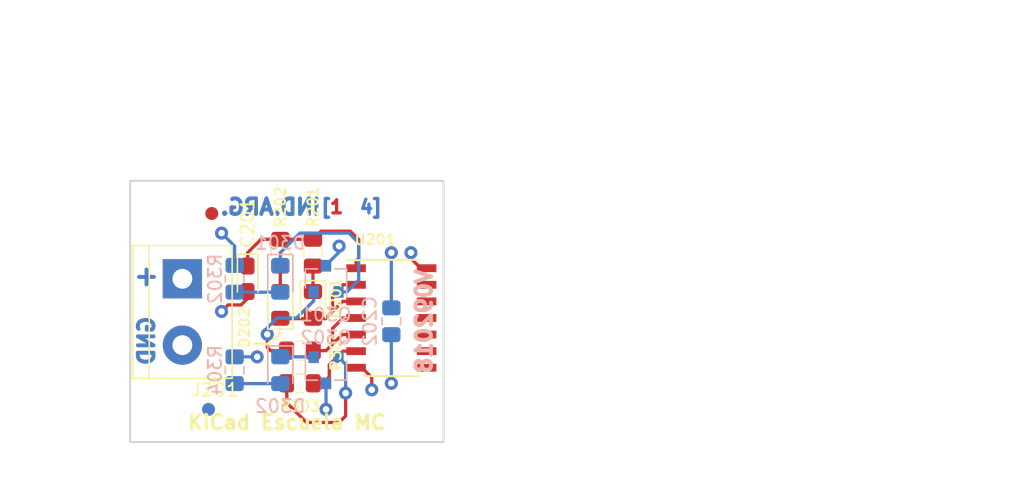
<source format=kicad_pcb>
(kicad_pcb (version 20171130) (host pcbnew 5.1.9+dfsg1-1~bpo10+1)

  (general
    (thickness 1.6)
    (drawings 43)
    (tracks 93)
    (zones 0)
    (modules 22)
    (nets 15)
  )

  (page A4)
  (title_block
    (title "Ejercicio KICAD Multicapa")
    (date 2018-09-28)
    (rev 1)
    (company "Diego Brengi - Cursos KiCad")
  )

  (layers
    (0 F.Cu signal)
    (1 In1.Cu.GND power)
    (2 In2.Cu.VCC jumper)
    (31 B.Cu signal)
    (32 B.Adhes user)
    (33 F.Adhes user)
    (34 B.Paste user)
    (35 F.Paste user)
    (36 B.SilkS user)
    (37 F.SilkS user)
    (38 B.Mask user)
    (39 F.Mask user)
    (40 Dwgs.User user)
    (41 Cmts.User user)
    (42 Eco1.User user)
    (43 Eco2.User user)
    (44 Edge.Cuts user)
    (45 Margin user)
    (46 B.CrtYd user)
    (47 F.CrtYd user)
    (48 B.Fab user)
    (49 F.Fab user)
  )

  (setup
    (last_trace_width 0.5)
    (user_trace_width 0.5)
    (user_trace_width 0.8)
    (user_trace_width 1)
    (trace_clearance 0.25)
    (zone_clearance 0.508)
    (zone_45_only no)
    (trace_min 0.25)
    (via_size 1)
    (via_drill 0.5)
    (via_min_size 1)
    (via_min_drill 0.5)
    (user_via 1.4 0.7)
    (uvia_size 0.3)
    (uvia_drill 0.1)
    (uvias_allowed no)
    (uvia_min_size 0.2)
    (uvia_min_drill 0.1)
    (edge_width 0.15)
    (segment_width 0.2)
    (pcb_text_width 0.3)
    (pcb_text_size 1.5 1.5)
    (mod_edge_width 0.15)
    (mod_text_size 0.000001 0.000001)
    (mod_text_width 0.15)
    (pad_size 1.4 1.4)
    (pad_drill 0.6)
    (pad_to_mask_clearance 0.2)
    (aux_axis_origin 145.5 95.5)
    (grid_origin 145.5 95.5)
    (visible_elements FFFDFF7F)
    (pcbplotparams
      (layerselection 0x010fc_ffffffff)
      (usegerberextensions false)
      (usegerberattributes false)
      (usegerberadvancedattributes false)
      (creategerberjobfile false)
      (excludeedgelayer true)
      (linewidth 0.100000)
      (plotframeref false)
      (viasonmask false)
      (mode 1)
      (useauxorigin false)
      (hpglpennumber 1)
      (hpglpenspeed 20)
      (hpglpendiameter 15.000000)
      (psnegative false)
      (psa4output false)
      (plotreference true)
      (plotvalue true)
      (plotinvisibletext false)
      (padsonsilk false)
      (subtractmaskfromsilk false)
      (outputformat 1)
      (mirror false)
      (drillshape 1)
      (scaleselection 1)
      (outputdirectory ""))
  )

  (net 0 "")
  (net 1 "Net-(C201-Pad1)")
  (net 2 GND)
  (net 3 +5V)
  (net 4 /Oscilador/OSC)
  (net 5 "Net-(D201-Pad1)")
  (net 6 "Net-(D202-Pad2)")
  (net 7 "Net-(D301-Pad1)")
  (net 8 "Net-(D301-Pad2)")
  (net 9 "Net-(D302-Pad2)")
  (net 10 "Net-(D302-Pad1)")
  (net 11 "Net-(Q301-Pad2)")
  (net 12 "Net-(Q302-Pad2)")
  (net 13 /Leds/LED1)
  (net 14 /Leds/LED2)

  (net_class Default "Esta es la clase de red por defecto."
    (clearance 0.25)
    (trace_width 0.25)
    (via_dia 1)
    (via_drill 0.5)
    (uvia_dia 0.3)
    (uvia_drill 0.1)
    (diff_pair_width 0.25)
    (diff_pair_gap 0.25)
    (add_net +5V)
    (add_net /Leds/LED1)
    (add_net /Leds/LED2)
    (add_net /Oscilador/OSC)
    (add_net GND)
    (add_net "Net-(C201-Pad1)")
    (add_net "Net-(D201-Pad1)")
    (add_net "Net-(D202-Pad2)")
    (add_net "Net-(D301-Pad1)")
    (add_net "Net-(D301-Pad2)")
    (add_net "Net-(D302-Pad1)")
    (add_net "Net-(D302-Pad2)")
    (add_net "Net-(Q301-Pad2)")
    (add_net "Net-(Q302-Pad2)")
  )

  (module Fiducial:Fiducial_1mm_Dia_2mm_Outer (layer F.Cu) (tedit 5BAE4AD3) (tstamp 60783921)
    (at 145.75 80)
    (descr "Circular Fiducial, 1mm bare copper top; 2mm keepout (Level A)")
    (tags marker)
    (path /5BAE4FFF)
    (attr virtual)
    (fp_text reference F2 (at 0 -2) (layer F.SilkS) hide
      (effects (font (size 1 1) (thickness 0.15)))
    )
    (fp_text value Fiducial (at 0 2) (layer F.Fab)
      (effects (font (size 1 1) (thickness 0.15)))
    )
    (fp_circle (center 0 0) (end 1.25 0) (layer F.CrtYd) (width 0.05))
    (fp_circle (center 0 0) (end 1 0) (layer F.Fab) (width 0.1))
    (fp_text user %R (at 0 0) (layer F.Fab)
      (effects (font (size 0.4 0.4) (thickness 0.06)))
    )
    (pad ~ smd circle (at 0 0) (size 1 1) (layers F.Cu F.Mask)
      (solder_mask_margin 0.5) (clearance 0.5))
  )

  (module Fiducial:Fiducial_1mm_Dia_2mm_Outer (layer B.Cu) (tedit 5BAE4ADE) (tstamp 60783ADA)
    (at 145.5 95)
    (descr "Circular Fiducial, 1mm bare copper top; 2mm keepout (Level A)")
    (tags marker)
    (path /5BAC17FD)
    (attr virtual)
    (fp_text reference F1 (at 0 2) (layer B.SilkS) hide
      (effects (font (size 1 1) (thickness 0.15)) (justify mirror))
    )
    (fp_text value Fiducial (at 0 -2) (layer B.Fab)
      (effects (font (size 1 1) (thickness 0.15)) (justify mirror))
    )
    (fp_circle (center 0 0) (end 1.25 0) (layer B.CrtYd) (width 0.05))
    (fp_circle (center 0 0) (end 1 0) (layer B.Fab) (width 0.1))
    (fp_text user %R (at 0 0) (layer B.Fab)
      (effects (font (size 0.4 0.4) (thickness 0.06)) (justify mirror))
    )
    (pad ~ smd circle (at 0 0) (size 1 1) (layers B.Cu B.Mask)
      (solder_mask_margin 0.5) (clearance 0.5))
  )

  (module Capacitor_Tantalum_SMD:CP_EIA-2012-12_Kemet-R_Pad1.30x1.05mm_HandSolder (layer F.Cu) (tedit 5B301BBE) (tstamp 60783BF3)
    (at 148.5 85 270)
    (descr "Tantalum Capacitor SMD Kemet-R (2012-12 Metric), IPC_7351 nominal, (Body size from: https://www.vishay.com/docs/40182/tmch.pdf), generated with kicad-footprint-generator")
    (tags "capacitor tantalum")
    (path /5B29485D/5B29545F)
    (attr smd)
    (fp_text reference C201 (at -4.25 0 270) (layer F.SilkS)
      (effects (font (size 1 1) (thickness 0.15)))
    )
    (fp_text value 1uF (at 0 1.58 270) (layer F.Fab)
      (effects (font (size 1 1) (thickness 0.15)))
    )
    (fp_line (start 1.88 0.88) (end -1.88 0.88) (layer F.CrtYd) (width 0.05))
    (fp_line (start 1.88 -0.88) (end 1.88 0.88) (layer F.CrtYd) (width 0.05))
    (fp_line (start -1.88 -0.88) (end 1.88 -0.88) (layer F.CrtYd) (width 0.05))
    (fp_line (start -1.88 0.88) (end -1.88 -0.88) (layer F.CrtYd) (width 0.05))
    (fp_line (start -1.885 0.785) (end 1 0.785) (layer F.SilkS) (width 0.12))
    (fp_line (start -1.885 -0.785) (end -1.885 0.785) (layer F.SilkS) (width 0.12))
    (fp_line (start 1 -0.785) (end -1.885 -0.785) (layer F.SilkS) (width 0.12))
    (fp_line (start 1 0.625) (end 1 -0.625) (layer F.Fab) (width 0.1))
    (fp_line (start -1 0.625) (end 1 0.625) (layer F.Fab) (width 0.1))
    (fp_line (start -1 -0.3125) (end -1 0.625) (layer F.Fab) (width 0.1))
    (fp_line (start -0.6875 -0.625) (end -1 -0.3125) (layer F.Fab) (width 0.1))
    (fp_line (start 1 -0.625) (end -0.6875 -0.625) (layer F.Fab) (width 0.1))
    (fp_text user %R (at 0 0 270) (layer F.Fab)
      (effects (font (size 0.5 0.5) (thickness 0.08)))
    )
    (pad 1 smd roundrect (at -0.975 0 270) (size 1.3 1.05) (layers F.Cu F.Paste F.Mask) (roundrect_rratio 0.238095)
      (net 1 "Net-(C201-Pad1)"))
    (pad 2 smd roundrect (at 0.975 0 270) (size 1.3 1.05) (layers F.Cu F.Paste F.Mask) (roundrect_rratio 0.238095)
      (net 2 GND))
    (model ${KISYS3DMOD}/Capacitor_Tantalum_SMD.3dshapes/CP_EIA-2012-12_Kemet-R.wrl
      (at (xyz 0 0 0))
      (scale (xyz 1 1 1))
      (rotate (xyz 0 0 0))
    )
  )

  (module Capacitor_SMD:C_0805_2012Metric_Pad1.15x1.40mm_HandSolder (layer B.Cu) (tedit 5B36C52B) (tstamp 60783C27)
    (at 159.5 88.25 270)
    (descr "Capacitor SMD 0805 (2012 Metric), square (rectangular) end terminal, IPC_7351 nominal with elongated pad for handsoldering. (Body size source: https://docs.google.com/spreadsheets/d/1BsfQQcO9C6DZCsRaXUlFlo91Tg2WpOkGARC1WS5S8t0/edit?usp=sharing), generated with kicad-footprint-generator")
    (tags "capacitor handsolder")
    (path /5B29485D/5B295458)
    (attr smd)
    (fp_text reference C202 (at 0 1.65 270) (layer B.SilkS)
      (effects (font (size 1 1) (thickness 0.15)) (justify mirror))
    )
    (fp_text value 0.1u (at 0 -1.65 270) (layer B.Fab)
      (effects (font (size 1 1) (thickness 0.15)) (justify mirror))
    )
    (fp_line (start 1.85 -0.95) (end -1.85 -0.95) (layer B.CrtYd) (width 0.05))
    (fp_line (start 1.85 0.95) (end 1.85 -0.95) (layer B.CrtYd) (width 0.05))
    (fp_line (start -1.85 0.95) (end 1.85 0.95) (layer B.CrtYd) (width 0.05))
    (fp_line (start -1.85 -0.95) (end -1.85 0.95) (layer B.CrtYd) (width 0.05))
    (fp_line (start -0.261252 -0.71) (end 0.261252 -0.71) (layer B.SilkS) (width 0.12))
    (fp_line (start -0.261252 0.71) (end 0.261252 0.71) (layer B.SilkS) (width 0.12))
    (fp_line (start 1 -0.6) (end -1 -0.6) (layer B.Fab) (width 0.1))
    (fp_line (start 1 0.6) (end 1 -0.6) (layer B.Fab) (width 0.1))
    (fp_line (start -1 0.6) (end 1 0.6) (layer B.Fab) (width 0.1))
    (fp_line (start -1 -0.6) (end -1 0.6) (layer B.Fab) (width 0.1))
    (fp_text user %R (at 0 0 270) (layer B.Fab)
      (effects (font (size 0.5 0.5) (thickness 0.08)) (justify mirror))
    )
    (pad 1 smd roundrect (at -1.025 0 270) (size 1.15 1.4) (layers B.Cu B.Paste B.Mask) (roundrect_rratio 0.217391)
      (net 3 +5V))
    (pad 2 smd roundrect (at 1.025 0 270) (size 1.15 1.4) (layers B.Cu B.Paste B.Mask) (roundrect_rratio 0.217391)
      (net 2 GND))
    (model ${KISYS3DMOD}/Capacitor_SMD.3dshapes/C_0805_2012Metric.wrl
      (at (xyz 0 0 0))
      (scale (xyz 1 1 1))
      (rotate (xyz 0 0 0))
    )
  )

  (module Diode_SMD:D_0805_2012Metric_Pad1.15x1.40mm_HandSolder (layer F.Cu) (tedit 5BAAE5F7) (tstamp 60783C59)
    (at 153.5 87 270)
    (descr "Diode SMD 0805 (2012 Metric), square (rectangular) end terminal, IPC_7351 nominal, (Body size source: https://docs.google.com/spreadsheets/d/1BsfQQcO9C6DZCsRaXUlFlo91Tg2WpOkGARC1WS5S8t0/edit?usp=sharing), generated with kicad-footprint-generator")
    (tags "diode handsolder")
    (path /5B29485D/5B295474)
    (attr smd)
    (fp_text reference D201 (at -0.5 -1.75 270) (layer F.SilkS)
      (effects (font (size 0.8 0.8) (thickness 0.15)))
    )
    (fp_text value 1N4148 (at 0 1.65 270) (layer F.Fab)
      (effects (font (size 1 1) (thickness 0.15)))
    )
    (fp_line (start 1 -0.6) (end -0.7 -0.6) (layer F.Fab) (width 0.1))
    (fp_line (start -0.7 -0.6) (end -1 -0.3) (layer F.Fab) (width 0.1))
    (fp_line (start -1 -0.3) (end -1 0.6) (layer F.Fab) (width 0.1))
    (fp_line (start -1 0.6) (end 1 0.6) (layer F.Fab) (width 0.1))
    (fp_line (start 1 0.6) (end 1 -0.6) (layer F.Fab) (width 0.1))
    (fp_line (start 1 -0.96) (end -1.86 -0.96) (layer F.SilkS) (width 0.12))
    (fp_line (start -1.86 -0.96) (end -1.86 0.96) (layer F.SilkS) (width 0.12))
    (fp_line (start -1.86 0.96) (end 1 0.96) (layer F.SilkS) (width 0.12))
    (fp_line (start -1.85 0.95) (end -1.85 -0.95) (layer F.CrtYd) (width 0.05))
    (fp_line (start -1.85 -0.95) (end 1.85 -0.95) (layer F.CrtYd) (width 0.05))
    (fp_line (start 1.85 -0.95) (end 1.85 0.95) (layer F.CrtYd) (width 0.05))
    (fp_line (start 1.85 0.95) (end -1.85 0.95) (layer F.CrtYd) (width 0.05))
    (fp_text user %R (at 0 0 270) (layer F.Fab)
      (effects (font (size 0.5 0.5) (thickness 0.08)))
    )
    (pad 2 smd roundrect (at 1.025 0 270) (size 1.15 1.4) (layers F.Cu F.Paste F.Mask) (roundrect_rratio 0.217391)
      (net 4 /Oscilador/OSC))
    (pad 1 smd roundrect (at -1.025 0 270) (size 1.15 1.4) (layers F.Cu F.Paste F.Mask) (roundrect_rratio 0.217391)
      (net 5 "Net-(D201-Pad1)"))
    (model ${KISYS3DMOD}/Diode_SMD.3dshapes/D_0805_2012Metric.wrl
      (at (xyz 0 0 0))
      (scale (xyz 1 1 1))
      (rotate (xyz 0 0 0))
    )
  )

  (module Diode_SMD:D_0805_2012Metric_Pad1.15x1.40mm_HandSolder (layer F.Cu) (tedit 5BAAE651) (tstamp 60783C8F)
    (at 151 87 90)
    (descr "Diode SMD 0805 (2012 Metric), square (rectangular) end terminal, IPC_7351 nominal, (Body size source: https://docs.google.com/spreadsheets/d/1BsfQQcO9C6DZCsRaXUlFlo91Tg2WpOkGARC1WS5S8t0/edit?usp=sharing), generated with kicad-footprint-generator")
    (tags "diode handsolder")
    (path /5B29485D/5B29547B)
    (attr smd)
    (fp_text reference D202 (at -1.75 -2.75 90) (layer F.SilkS)
      (effects (font (size 0.8 0.8) (thickness 0.15)))
    )
    (fp_text value 1N4148 (at 0 1.65 90) (layer F.Fab)
      (effects (font (size 1 1) (thickness 0.15)))
    )
    (fp_line (start 1.85 0.95) (end -1.85 0.95) (layer F.CrtYd) (width 0.05))
    (fp_line (start 1.85 -0.95) (end 1.85 0.95) (layer F.CrtYd) (width 0.05))
    (fp_line (start -1.85 -0.95) (end 1.85 -0.95) (layer F.CrtYd) (width 0.05))
    (fp_line (start -1.85 0.95) (end -1.85 -0.95) (layer F.CrtYd) (width 0.05))
    (fp_line (start -1.86 0.96) (end 1 0.96) (layer F.SilkS) (width 0.12))
    (fp_line (start -1.86 -0.96) (end -1.86 0.96) (layer F.SilkS) (width 0.12))
    (fp_line (start 1 -0.96) (end -1.86 -0.96) (layer F.SilkS) (width 0.12))
    (fp_line (start 1 0.6) (end 1 -0.6) (layer F.Fab) (width 0.1))
    (fp_line (start -1 0.6) (end 1 0.6) (layer F.Fab) (width 0.1))
    (fp_line (start -1 -0.3) (end -1 0.6) (layer F.Fab) (width 0.1))
    (fp_line (start -0.7 -0.6) (end -1 -0.3) (layer F.Fab) (width 0.1))
    (fp_line (start 1 -0.6) (end -0.7 -0.6) (layer F.Fab) (width 0.1))
    (fp_text user %R (at 0 0 90) (layer F.Fab)
      (effects (font (size 0.5 0.5) (thickness 0.08)))
    )
    (pad 1 smd roundrect (at -1.025 0 90) (size 1.15 1.4) (layers F.Cu F.Paste F.Mask) (roundrect_rratio 0.217391)
      (net 4 /Oscilador/OSC))
    (pad 2 smd roundrect (at 1.025 0 90) (size 1.15 1.4) (layers F.Cu F.Paste F.Mask) (roundrect_rratio 0.217391)
      (net 6 "Net-(D202-Pad2)"))
    (model ${KISYS3DMOD}/Diode_SMD.3dshapes/D_0805_2012Metric.wrl
      (at (xyz 0 0 0))
      (scale (xyz 1 1 1))
      (rotate (xyz 0 0 0))
    )
  )

  (module MountingHole:MountingHole_2.2mm_M2 (layer F.Cu) (tedit 5BA175F5) (tstamp 60783CBA)
    (at 142 95.25)
    (descr "Mounting Hole 2.2mm, no annular, M2")
    (tags "mounting hole 2.2mm no annular m2")
    (path /5B3410EE)
    (attr virtual)
    (fp_text reference MK103 (at 0 -3.2) (layer F.SilkS) hide
      (effects (font (size 1 1) (thickness 0.15)))
    )
    (fp_text value Mounting_Hole (at 0 3.2) (layer F.Fab)
      (effects (font (size 1 1) (thickness 0.15)))
    )
    (fp_circle (center 0 0) (end 2.2 0) (layer Cmts.User) (width 0.15))
    (fp_circle (center 0 0) (end 2.45 0) (layer F.CrtYd) (width 0.05))
    (fp_text user %R (at 0.3 0) (layer F.Fab)
      (effects (font (size 1 1) (thickness 0.15)))
    )
    (pad 1 np_thru_hole circle (at 0 0) (size 2.2 2.2) (drill 2.2) (layers *.Cu *.Mask))
  )

  (module MountingHole:MountingHole_2.2mm_M2 (layer F.Cu) (tedit 5BA175FA) (tstamp 60783EE8)
    (at 161 95.25)
    (descr "Mounting Hole 2.2mm, no annular, M2")
    (tags "mounting hole 2.2mm no annular m2")
    (path /5B3410A9)
    (attr virtual)
    (fp_text reference MK102 (at 0 -3.2) (layer F.SilkS) hide
      (effects (font (size 1 1) (thickness 0.15)))
    )
    (fp_text value Mounting_Hole (at 0 3.2) (layer F.Fab)
      (effects (font (size 1 1) (thickness 0.15)))
    )
    (fp_circle (center 0 0) (end 2.45 0) (layer F.CrtYd) (width 0.05))
    (fp_circle (center 0 0) (end 2.2 0) (layer Cmts.User) (width 0.15))
    (fp_text user %R (at 0.3 0) (layer F.Fab)
      (effects (font (size 1 1) (thickness 0.15)))
    )
    (pad 1 np_thru_hole circle (at 0 0) (size 2.2 2.2) (drill 2.2) (layers *.Cu *.Mask))
  )

  (module MountingHole:MountingHole_2.2mm_M2 (layer F.Cu) (tedit 5BA175EF) (tstamp 6078396F)
    (at 161 79.75)
    (descr "Mounting Hole 2.2mm, no annular, M2")
    (tags "mounting hole 2.2mm no annular m2")
    (path /5B340FE4)
    (attr virtual)
    (fp_text reference MK101 (at 0 -3.2) (layer F.SilkS) hide
      (effects (font (size 1 1) (thickness 0.15)))
    )
    (fp_text value Mounting_Hole (at 0 3.2) (layer F.Fab)
      (effects (font (size 1 1) (thickness 0.15)))
    )
    (fp_circle (center 0 0) (end 2.2 0) (layer Cmts.User) (width 0.15))
    (fp_circle (center 0 0) (end 2.45 0) (layer F.CrtYd) (width 0.05))
    (fp_text user %R (at 0.3 0) (layer F.Fab)
      (effects (font (size 1 1) (thickness 0.15)))
    )
    (pad 1 np_thru_hole circle (at 0 0) (size 2.2 2.2) (drill 2.2) (layers *.Cu *.Mask))
  )

  (module MountingHole:MountingHole_2.2mm_M2 (layer F.Cu) (tedit 5BA175E9) (tstamp 60783A71)
    (at 142 79.75)
    (descr "Mounting Hole 2.2mm, no annular, M2")
    (tags "mounting hole 2.2mm no annular m2")
    (path /5B34113B)
    (attr virtual)
    (fp_text reference MK104 (at 0 -3.2) (layer F.SilkS) hide
      (effects (font (size 1 1) (thickness 0.15)))
    )
    (fp_text value Mounting_Hole (at 0 3.2) (layer F.Fab)
      (effects (font (size 1 1) (thickness 0.15)))
    )
    (fp_circle (center 0 0) (end 2.45 0) (layer F.CrtYd) (width 0.05))
    (fp_circle (center 0 0) (end 2.2 0) (layer Cmts.User) (width 0.15))
    (fp_text user %R (at 0.3 0) (layer F.Fab)
      (effects (font (size 1 1) (thickness 0.15)))
    )
    (pad 1 np_thru_hole circle (at 0 0) (size 2.2 2.2) (drill 2.2) (layers *.Cu *.Mask))
  )

  (module Package_SO:SOIC-14_3.9x8.7mm_P1.27mm (layer F.Cu) (tedit 5BAAE835) (tstamp 60783B7C)
    (at 159.5 88)
    (descr "14-Lead Plastic Small Outline (SL) - Narrow, 3.90 mm Body [SOIC] (see Microchip Packaging Specification 00000049BS.pdf)")
    (tags "SOIC 1.27")
    (path /5B29485D/5B295443)
    (attr smd)
    (fp_text reference U201 (at -1.25 -6 180) (layer F.SilkS)
      (effects (font (size 0.8 0.8) (thickness 0.15)))
    )
    (fp_text value 40106 (at 0 5.375) (layer F.Fab)
      (effects (font (size 1 1) (thickness 0.15)))
    )
    (fp_line (start -2.075 -4.425) (end -3.45 -4.425) (layer F.SilkS) (width 0.15))
    (fp_line (start -2.075 4.45) (end 2.075 4.45) (layer F.SilkS) (width 0.15))
    (fp_line (start -2.075 -4.45) (end 2.075 -4.45) (layer F.SilkS) (width 0.15))
    (fp_line (start -2.075 4.45) (end -2.075 4.335) (layer F.SilkS) (width 0.15))
    (fp_line (start 2.075 4.45) (end 2.075 4.335) (layer F.SilkS) (width 0.15))
    (fp_line (start 2.075 -4.45) (end 2.075 -4.335) (layer F.SilkS) (width 0.15))
    (fp_line (start -2.075 -4.45) (end -2.075 -4.425) (layer F.SilkS) (width 0.15))
    (fp_line (start -3.7 4.65) (end 3.7 4.65) (layer F.CrtYd) (width 0.05))
    (fp_line (start -3.7 -4.65) (end 3.7 -4.65) (layer F.CrtYd) (width 0.05))
    (fp_line (start 3.7 -4.65) (end 3.7 4.65) (layer F.CrtYd) (width 0.05))
    (fp_line (start -3.7 -4.65) (end -3.7 4.65) (layer F.CrtYd) (width 0.05))
    (fp_line (start -1.95 -3.35) (end -0.95 -4.35) (layer F.Fab) (width 0.15))
    (fp_line (start -1.95 4.35) (end -1.95 -3.35) (layer F.Fab) (width 0.15))
    (fp_line (start 1.95 4.35) (end -1.95 4.35) (layer F.Fab) (width 0.15))
    (fp_line (start 1.95 -4.35) (end 1.95 4.35) (layer F.Fab) (width 0.15))
    (fp_line (start -0.95 -4.35) (end 1.95 -4.35) (layer F.Fab) (width 0.15))
    (fp_text user %R (at 0 0) (layer F.Fab)
      (effects (font (size 0.9 0.9) (thickness 0.135)))
    )
    (pad 1 smd rect (at -2.7 -3.81) (size 1.5 0.6) (layers F.Cu F.Paste F.Mask)
      (net 1 "Net-(C201-Pad1)"))
    (pad 2 smd rect (at -2.7 -2.54) (size 1.5 0.6) (layers F.Cu F.Paste F.Mask)
      (net 4 /Oscilador/OSC))
    (pad 3 smd rect (at -2.7 -1.27) (size 1.5 0.6) (layers F.Cu F.Paste F.Mask)
      (net 4 /Oscilador/OSC))
    (pad 4 smd rect (at -2.7 0) (size 1.5 0.6) (layers F.Cu F.Paste F.Mask)
      (net 13 /Leds/LED1))
    (pad 5 smd rect (at -2.7 1.27) (size 1.5 0.6) (layers F.Cu F.Paste F.Mask)
      (net 13 /Leds/LED1))
    (pad 6 smd rect (at -2.7 2.54) (size 1.5 0.6) (layers F.Cu F.Paste F.Mask)
      (net 14 /Leds/LED2))
    (pad 7 smd rect (at -2.7 3.81) (size 1.5 0.6) (layers F.Cu F.Paste F.Mask)
      (net 2 GND))
    (pad 8 smd rect (at 2.7 3.81) (size 1.5 0.6) (layers F.Cu F.Paste F.Mask))
    (pad 9 smd rect (at 2.7 2.54) (size 1.5 0.6) (layers F.Cu F.Paste F.Mask))
    (pad 10 smd rect (at 2.7 1.27) (size 1.5 0.6) (layers F.Cu F.Paste F.Mask))
    (pad 11 smd rect (at 2.7 0) (size 1.5 0.6) (layers F.Cu F.Paste F.Mask))
    (pad 12 smd rect (at 2.7 -1.27) (size 1.5 0.6) (layers F.Cu F.Paste F.Mask))
    (pad 13 smd rect (at 2.7 -2.54) (size 1.5 0.6) (layers F.Cu F.Paste F.Mask))
    (pad 14 smd rect (at 2.7 -3.81) (size 1.5 0.6) (layers F.Cu F.Paste F.Mask)
      (net 3 +5V))
    (model ${KISYS3DMOD}/Package_SO.3dshapes/SOIC-14_3.9x8.7mm_P1.27mm.wrl
      (at (xyz 0 0 0))
      (scale (xyz 1 1 1))
      (rotate (xyz 0 0 0))
    )
  )

  (module Resistor_SMD:R_0805_2012Metric_Pad1.15x1.40mm_HandSolder (layer F.Cu) (tedit 5B9FCC62) (tstamp 607839D5)
    (at 153.5 83 90)
    (descr "Resistor SMD 0805 (2012 Metric), square (rectangular) end terminal, IPC_7351 nominal with elongated pad for handsoldering. (Body size source: https://docs.google.com/spreadsheets/d/1BsfQQcO9C6DZCsRaXUlFlo91Tg2WpOkGARC1WS5S8t0/edit?usp=sharing), generated with kicad-footprint-generator")
    (tags "resistor handsolder")
    (path /5B29485D/5B295466)
    (attr smd)
    (fp_text reference R201 (at 3.5 0 90) (layer F.SilkS)
      (effects (font (size 0.8 0.8) (thickness 0.15)))
    )
    (fp_text value 100k (at 0 1.65 90) (layer F.Fab)
      (effects (font (size 1 1) (thickness 0.15)))
    )
    (fp_line (start 1.85 0.95) (end -1.85 0.95) (layer F.CrtYd) (width 0.05))
    (fp_line (start 1.85 -0.95) (end 1.85 0.95) (layer F.CrtYd) (width 0.05))
    (fp_line (start -1.85 -0.95) (end 1.85 -0.95) (layer F.CrtYd) (width 0.05))
    (fp_line (start -1.85 0.95) (end -1.85 -0.95) (layer F.CrtYd) (width 0.05))
    (fp_line (start -0.261252 0.71) (end 0.261252 0.71) (layer F.SilkS) (width 0.12))
    (fp_line (start -0.261252 -0.71) (end 0.261252 -0.71) (layer F.SilkS) (width 0.12))
    (fp_line (start 1 0.6) (end -1 0.6) (layer F.Fab) (width 0.1))
    (fp_line (start 1 -0.6) (end 1 0.6) (layer F.Fab) (width 0.1))
    (fp_line (start -1 -0.6) (end 1 -0.6) (layer F.Fab) (width 0.1))
    (fp_line (start -1 0.6) (end -1 -0.6) (layer F.Fab) (width 0.1))
    (fp_text user %R (at 0 0 90) (layer F.Fab)
      (effects (font (size 0.5 0.5) (thickness 0.08)))
    )
    (pad 1 smd roundrect (at -1.025 0 90) (size 1.15 1.4) (layers F.Cu F.Paste F.Mask) (roundrect_rratio 0.217391)
      (net 5 "Net-(D201-Pad1)"))
    (pad 2 smd roundrect (at 1.025 0 90) (size 1.15 1.4) (layers F.Cu F.Paste F.Mask) (roundrect_rratio 0.217391)
      (net 1 "Net-(C201-Pad1)"))
    (model ${KISYS3DMOD}/Resistor_SMD.3dshapes/R_0805_2012Metric.wrl
      (at (xyz 0 0 0))
      (scale (xyz 1 1 1))
      (rotate (xyz 0 0 0))
    )
  )

  (module Resistor_SMD:R_0805_2012Metric_Pad1.15x1.40mm_HandSolder (layer F.Cu) (tedit 5B9FCC57) (tstamp 6078386D)
    (at 151 83 90)
    (descr "Resistor SMD 0805 (2012 Metric), square (rectangular) end terminal, IPC_7351 nominal with elongated pad for handsoldering. (Body size source: https://docs.google.com/spreadsheets/d/1BsfQQcO9C6DZCsRaXUlFlo91Tg2WpOkGARC1WS5S8t0/edit?usp=sharing), generated with kicad-footprint-generator")
    (tags "resistor handsolder")
    (path /5B29485D/5B29546D)
    (attr smd)
    (fp_text reference R202 (at 3.5 0 270) (layer F.SilkS)
      (effects (font (size 0.8 0.8) (thickness 0.15)))
    )
    (fp_text value 180k (at 0 1.65 90) (layer F.Fab)
      (effects (font (size 1 1) (thickness 0.15)))
    )
    (fp_line (start -1 0.6) (end -1 -0.6) (layer F.Fab) (width 0.1))
    (fp_line (start -1 -0.6) (end 1 -0.6) (layer F.Fab) (width 0.1))
    (fp_line (start 1 -0.6) (end 1 0.6) (layer F.Fab) (width 0.1))
    (fp_line (start 1 0.6) (end -1 0.6) (layer F.Fab) (width 0.1))
    (fp_line (start -0.261252 -0.71) (end 0.261252 -0.71) (layer F.SilkS) (width 0.12))
    (fp_line (start -0.261252 0.71) (end 0.261252 0.71) (layer F.SilkS) (width 0.12))
    (fp_line (start -1.85 0.95) (end -1.85 -0.95) (layer F.CrtYd) (width 0.05))
    (fp_line (start -1.85 -0.95) (end 1.85 -0.95) (layer F.CrtYd) (width 0.05))
    (fp_line (start 1.85 -0.95) (end 1.85 0.95) (layer F.CrtYd) (width 0.05))
    (fp_line (start 1.85 0.95) (end -1.85 0.95) (layer F.CrtYd) (width 0.05))
    (fp_text user %R (at 0 0 90) (layer F.Fab)
      (effects (font (size 0.5 0.5) (thickness 0.08)))
    )
    (pad 2 smd roundrect (at 1.025 0 90) (size 1.15 1.4) (layers F.Cu F.Paste F.Mask) (roundrect_rratio 0.217391)
      (net 1 "Net-(C201-Pad1)"))
    (pad 1 smd roundrect (at -1.025 0 90) (size 1.15 1.4) (layers F.Cu F.Paste F.Mask) (roundrect_rratio 0.217391)
      (net 6 "Net-(D202-Pad2)"))
    (model ${KISYS3DMOD}/Resistor_SMD.3dshapes/R_0805_2012Metric.wrl
      (at (xyz 0 0 0))
      (scale (xyz 1 1 1))
      (rotate (xyz 0 0 0))
    )
  )

  (module Resistor_SMD:R_0805_2012Metric_Pad1.15x1.40mm_HandSolder (layer B.Cu) (tedit 5B36C52B) (tstamp 607837D4)
    (at 147.5 85 270)
    (descr "Resistor SMD 0805 (2012 Metric), square (rectangular) end terminal, IPC_7351 nominal with elongated pad for handsoldering. (Body size source: https://docs.google.com/spreadsheets/d/1BsfQQcO9C6DZCsRaXUlFlo91Tg2WpOkGARC1WS5S8t0/edit?usp=sharing), generated with kicad-footprint-generator")
    (tags "resistor handsolder")
    (path /5B294872/5B294EA7)
    (attr smd)
    (fp_text reference R302 (at 0 1.5 270) (layer B.SilkS)
      (effects (font (size 1 1) (thickness 0.15)) (justify mirror))
    )
    (fp_text value 470R (at 0 -1.65 270) (layer B.Fab)
      (effects (font (size 1 1) (thickness 0.15)) (justify mirror))
    )
    (fp_line (start -1 -0.6) (end -1 0.6) (layer B.Fab) (width 0.1))
    (fp_line (start -1 0.6) (end 1 0.6) (layer B.Fab) (width 0.1))
    (fp_line (start 1 0.6) (end 1 -0.6) (layer B.Fab) (width 0.1))
    (fp_line (start 1 -0.6) (end -1 -0.6) (layer B.Fab) (width 0.1))
    (fp_line (start -0.261252 0.71) (end 0.261252 0.71) (layer B.SilkS) (width 0.12))
    (fp_line (start -0.261252 -0.71) (end 0.261252 -0.71) (layer B.SilkS) (width 0.12))
    (fp_line (start -1.85 -0.95) (end -1.85 0.95) (layer B.CrtYd) (width 0.05))
    (fp_line (start -1.85 0.95) (end 1.85 0.95) (layer B.CrtYd) (width 0.05))
    (fp_line (start 1.85 0.95) (end 1.85 -0.95) (layer B.CrtYd) (width 0.05))
    (fp_line (start 1.85 -0.95) (end -1.85 -0.95) (layer B.CrtYd) (width 0.05))
    (fp_text user %R (at 0 0 270) (layer B.Fab)
      (effects (font (size 0.5 0.5) (thickness 0.08)) (justify mirror))
    )
    (pad 2 smd roundrect (at 1.025 0 270) (size 1.15 1.4) (layers B.Cu B.Paste B.Mask) (roundrect_rratio 0.217391)
      (net 8 "Net-(D301-Pad2)"))
    (pad 1 smd roundrect (at -1.025 0 270) (size 1.15 1.4) (layers B.Cu B.Paste B.Mask) (roundrect_rratio 0.217391)
      (net 3 +5V))
    (model ${KISYS3DMOD}/Resistor_SMD.3dshapes/R_0805_2012Metric.wrl
      (at (xyz 0 0 0))
      (scale (xyz 1 1 1))
      (rotate (xyz 0 0 0))
    )
  )

  (module LED_SMD:LED_0805_2012Metric_Pad1.15x1.40mm_HandSolder (layer B.Cu) (tedit 5B4B45C9) (tstamp 60783A46)
    (at 151 85 270)
    (descr "LED SMD 0805 (2012 Metric), square (rectangular) end terminal, IPC_7351 nominal, (Body size source: https://docs.google.com/spreadsheets/d/1BsfQQcO9C6DZCsRaXUlFlo91Tg2WpOkGARC1WS5S8t0/edit?usp=sharing), generated with kicad-footprint-generator")
    (tags "LED handsolder")
    (path /5B294872/5B294EBC)
    (attr smd)
    (fp_text reference D301 (at -2.75 0) (layer B.SilkS)
      (effects (font (size 1 1) (thickness 0.15)) (justify mirror))
    )
    (fp_text value "LED ROJO" (at 0 -1.65 270) (layer B.Fab)
      (effects (font (size 1 1) (thickness 0.15)) (justify mirror))
    )
    (fp_line (start 1.85 -0.95) (end -1.85 -0.95) (layer B.CrtYd) (width 0.05))
    (fp_line (start 1.85 0.95) (end 1.85 -0.95) (layer B.CrtYd) (width 0.05))
    (fp_line (start -1.85 0.95) (end 1.85 0.95) (layer B.CrtYd) (width 0.05))
    (fp_line (start -1.85 -0.95) (end -1.85 0.95) (layer B.CrtYd) (width 0.05))
    (fp_line (start -1.86 -0.96) (end 1 -0.96) (layer B.SilkS) (width 0.12))
    (fp_line (start -1.86 0.96) (end -1.86 -0.96) (layer B.SilkS) (width 0.12))
    (fp_line (start 1 0.96) (end -1.86 0.96) (layer B.SilkS) (width 0.12))
    (fp_line (start 1 -0.6) (end 1 0.6) (layer B.Fab) (width 0.1))
    (fp_line (start -1 -0.6) (end 1 -0.6) (layer B.Fab) (width 0.1))
    (fp_line (start -1 0.3) (end -1 -0.6) (layer B.Fab) (width 0.1))
    (fp_line (start -0.7 0.6) (end -1 0.3) (layer B.Fab) (width 0.1))
    (fp_line (start 1 0.6) (end -0.7 0.6) (layer B.Fab) (width 0.1))
    (fp_text user %R (at 0 0 270) (layer B.Fab)
      (effects (font (size 0.5 0.5) (thickness 0.08)) (justify mirror))
    )
    (pad 1 smd roundrect (at -1.025 0 270) (size 1.15 1.4) (layers B.Cu B.Paste B.Mask) (roundrect_rratio 0.217391)
      (net 7 "Net-(D301-Pad1)"))
    (pad 2 smd roundrect (at 1.025 0 270) (size 1.15 1.4) (layers B.Cu B.Paste B.Mask) (roundrect_rratio 0.217391)
      (net 8 "Net-(D301-Pad2)"))
    (model ${KISYS3DMOD}/LED_SMD.3dshapes/LED_0805_2012Metric.wrl
      (at (xyz 0 0 0))
      (scale (xyz 1 1 1))
      (rotate (xyz 0 0 0))
    )
  )

  (module LED_SMD:LED_0805_2012Metric_Pad1.15x1.40mm_HandSolder (layer B.Cu) (tedit 5B4B45C9) (tstamp 6078381E)
    (at 151 92 270)
    (descr "LED SMD 0805 (2012 Metric), square (rectangular) end terminal, IPC_7351 nominal, (Body size source: https://docs.google.com/spreadsheets/d/1BsfQQcO9C6DZCsRaXUlFlo91Tg2WpOkGARC1WS5S8t0/edit?usp=sharing), generated with kicad-footprint-generator")
    (tags "LED handsolder")
    (path /5B294872/5B294EEA)
    (attr smd)
    (fp_text reference D302 (at 2.75 0) (layer B.SilkS)
      (effects (font (size 1 1) (thickness 0.15)) (justify mirror))
    )
    (fp_text value "LED VERDE" (at 0 -1.65 270) (layer B.Fab)
      (effects (font (size 1 1) (thickness 0.15)) (justify mirror))
    )
    (fp_line (start 1 0.6) (end -0.7 0.6) (layer B.Fab) (width 0.1))
    (fp_line (start -0.7 0.6) (end -1 0.3) (layer B.Fab) (width 0.1))
    (fp_line (start -1 0.3) (end -1 -0.6) (layer B.Fab) (width 0.1))
    (fp_line (start -1 -0.6) (end 1 -0.6) (layer B.Fab) (width 0.1))
    (fp_line (start 1 -0.6) (end 1 0.6) (layer B.Fab) (width 0.1))
    (fp_line (start 1 0.96) (end -1.86 0.96) (layer B.SilkS) (width 0.12))
    (fp_line (start -1.86 0.96) (end -1.86 -0.96) (layer B.SilkS) (width 0.12))
    (fp_line (start -1.86 -0.96) (end 1 -0.96) (layer B.SilkS) (width 0.12))
    (fp_line (start -1.85 -0.95) (end -1.85 0.95) (layer B.CrtYd) (width 0.05))
    (fp_line (start -1.85 0.95) (end 1.85 0.95) (layer B.CrtYd) (width 0.05))
    (fp_line (start 1.85 0.95) (end 1.85 -0.95) (layer B.CrtYd) (width 0.05))
    (fp_line (start 1.85 -0.95) (end -1.85 -0.95) (layer B.CrtYd) (width 0.05))
    (fp_text user %R (at 0 0 270) (layer B.Fab)
      (effects (font (size 0.5 0.5) (thickness 0.08)) (justify mirror))
    )
    (pad 2 smd roundrect (at 1.025 0 270) (size 1.15 1.4) (layers B.Cu B.Paste B.Mask) (roundrect_rratio 0.217391)
      (net 9 "Net-(D302-Pad2)"))
    (pad 1 smd roundrect (at -1.025 0 270) (size 1.15 1.4) (layers B.Cu B.Paste B.Mask) (roundrect_rratio 0.217391)
      (net 10 "Net-(D302-Pad1)"))
    (model ${KISYS3DMOD}/LED_SMD.3dshapes/LED_0805_2012Metric.wrl
      (at (xyz 0 0 0))
      (scale (xyz 1 1 1))
      (rotate (xyz 0 0 0))
    )
  )

  (module TerminalBlock:TerminalBlock_bornier-2_P5.08mm (layer F.Cu) (tedit 59FF03AB) (tstamp 607838F2)
    (at 143.5 85 270)
    (descr "simple 2-pin terminal block, pitch 5.08mm, revamped version of bornier2")
    (tags "terminal block bornier2")
    (path /5B29485D/5B295482)
    (fp_text reference J201 (at 8.5 -2.5) (layer F.SilkS)
      (effects (font (size 1 1) (thickness 0.15)))
    )
    (fp_text value Conn_01x02 (at 2.54 5.08 270) (layer F.Fab)
      (effects (font (size 1 1) (thickness 0.15)))
    )
    (fp_line (start 7.79 4) (end -2.71 4) (layer F.CrtYd) (width 0.05))
    (fp_line (start 7.79 4) (end 7.79 -4) (layer F.CrtYd) (width 0.05))
    (fp_line (start -2.71 -4) (end -2.71 4) (layer F.CrtYd) (width 0.05))
    (fp_line (start -2.71 -4) (end 7.79 -4) (layer F.CrtYd) (width 0.05))
    (fp_line (start -2.54 3.81) (end 7.62 3.81) (layer F.SilkS) (width 0.12))
    (fp_line (start -2.54 -3.81) (end -2.54 3.81) (layer F.SilkS) (width 0.12))
    (fp_line (start 7.62 -3.81) (end -2.54 -3.81) (layer F.SilkS) (width 0.12))
    (fp_line (start 7.62 3.81) (end 7.62 -3.81) (layer F.SilkS) (width 0.12))
    (fp_line (start 7.62 2.54) (end -2.54 2.54) (layer F.SilkS) (width 0.12))
    (fp_line (start 7.54 -3.75) (end -2.46 -3.75) (layer F.Fab) (width 0.1))
    (fp_line (start 7.54 3.75) (end 7.54 -3.75) (layer F.Fab) (width 0.1))
    (fp_line (start -2.46 3.75) (end 7.54 3.75) (layer F.Fab) (width 0.1))
    (fp_line (start -2.46 -3.75) (end -2.46 3.75) (layer F.Fab) (width 0.1))
    (fp_line (start -2.41 2.55) (end 7.49 2.55) (layer F.Fab) (width 0.1))
    (fp_text user %R (at 2.54 0 270) (layer F.Fab)
      (effects (font (size 1 1) (thickness 0.15)))
    )
    (pad 1 thru_hole rect (at 0 0 270) (size 3 3) (drill 1.52) (layers *.Cu *.Mask)
      (net 3 +5V))
    (pad 2 thru_hole circle (at 5.08 0 270) (size 3 3) (drill 1.52) (layers *.Cu *.Mask)
      (net 2 GND))
    (model ${KISYS3DMOD}/Terminal_Blocks.3dshapes/TerminalBlock_bornier-2_P5.08mm.wrl
      (offset (xyz 2.539999961853027 0 0))
      (scale (xyz 1 1 1))
      (rotate (xyz 0 0 0))
    )
  )

  (module Package_TO_SOT_SMD:SOT-23 (layer B.Cu) (tedit 5A02FF57) (tstamp 6078379C)
    (at 154.5 85 90)
    (descr "SOT-23, Standard")
    (tags SOT-23)
    (path /5B294872/5B294EC3)
    (attr smd)
    (fp_text reference Q301 (at -2.75 0 180) (layer B.SilkS)
      (effects (font (size 1 1) (thickness 0.15)) (justify mirror))
    )
    (fp_text value BC546 (at 0 -2.5 90) (layer B.Fab)
      (effects (font (size 1 1) (thickness 0.15)) (justify mirror))
    )
    (fp_line (start -0.7 0.95) (end -0.7 -1.5) (layer B.Fab) (width 0.1))
    (fp_line (start -0.15 1.52) (end 0.7 1.52) (layer B.Fab) (width 0.1))
    (fp_line (start -0.7 0.95) (end -0.15 1.52) (layer B.Fab) (width 0.1))
    (fp_line (start 0.7 1.52) (end 0.7 -1.52) (layer B.Fab) (width 0.1))
    (fp_line (start -0.7 -1.52) (end 0.7 -1.52) (layer B.Fab) (width 0.1))
    (fp_line (start 0.76 -1.58) (end 0.76 -0.65) (layer B.SilkS) (width 0.12))
    (fp_line (start 0.76 1.58) (end 0.76 0.65) (layer B.SilkS) (width 0.12))
    (fp_line (start -1.7 1.75) (end 1.7 1.75) (layer B.CrtYd) (width 0.05))
    (fp_line (start 1.7 1.75) (end 1.7 -1.75) (layer B.CrtYd) (width 0.05))
    (fp_line (start 1.7 -1.75) (end -1.7 -1.75) (layer B.CrtYd) (width 0.05))
    (fp_line (start -1.7 -1.75) (end -1.7 1.75) (layer B.CrtYd) (width 0.05))
    (fp_line (start 0.76 1.58) (end -1.4 1.58) (layer B.SilkS) (width 0.12))
    (fp_line (start 0.76 -1.58) (end -0.7 -1.58) (layer B.SilkS) (width 0.12))
    (fp_text user %R (at -0.5 -0.5) (layer B.Fab)
      (effects (font (size 0.5 0.5) (thickness 0.075)) (justify mirror))
    )
    (pad 3 smd rect (at 1 0 90) (size 0.9 0.8) (layers B.Cu B.Paste B.Mask)
      (net 2 GND))
    (pad 2 smd rect (at -1 -0.95 90) (size 0.9 0.8) (layers B.Cu B.Paste B.Mask)
      (net 11 "Net-(Q301-Pad2)"))
    (pad 1 smd rect (at -1 0.95 90) (size 0.9 0.8) (layers B.Cu B.Paste B.Mask)
      (net 7 "Net-(D301-Pad1)"))
    (model ${KISYS3DMOD}/Package_TO_SOT_SMD.3dshapes/SOT-23.wrl
      (at (xyz 0 0 0))
      (scale (xyz 1 1 1))
      (rotate (xyz 0 0 0))
    )
  )

  (module Package_TO_SOT_SMD:SOT-23 (layer B.Cu) (tedit 5A02FF57) (tstamp 607838B6)
    (at 154.5 92 270)
    (descr "SOT-23, Standard")
    (tags SOT-23)
    (path /5B294872/5B294EF8)
    (attr smd)
    (fp_text reference Q302 (at -2.5 0) (layer B.SilkS)
      (effects (font (size 1 1) (thickness 0.15)) (justify mirror))
    )
    (fp_text value BC546 (at 0 -2.5 270) (layer B.Fab)
      (effects (font (size 1 1) (thickness 0.15)) (justify mirror))
    )
    (fp_line (start 0.76 -1.58) (end -0.7 -1.58) (layer B.SilkS) (width 0.12))
    (fp_line (start 0.76 1.58) (end -1.4 1.58) (layer B.SilkS) (width 0.12))
    (fp_line (start -1.7 -1.75) (end -1.7 1.75) (layer B.CrtYd) (width 0.05))
    (fp_line (start 1.7 -1.75) (end -1.7 -1.75) (layer B.CrtYd) (width 0.05))
    (fp_line (start 1.7 1.75) (end 1.7 -1.75) (layer B.CrtYd) (width 0.05))
    (fp_line (start -1.7 1.75) (end 1.7 1.75) (layer B.CrtYd) (width 0.05))
    (fp_line (start 0.76 1.58) (end 0.76 0.65) (layer B.SilkS) (width 0.12))
    (fp_line (start 0.76 -1.58) (end 0.76 -0.65) (layer B.SilkS) (width 0.12))
    (fp_line (start -0.7 -1.52) (end 0.7 -1.52) (layer B.Fab) (width 0.1))
    (fp_line (start 0.7 1.52) (end 0.7 -1.52) (layer B.Fab) (width 0.1))
    (fp_line (start -0.7 0.95) (end -0.15 1.52) (layer B.Fab) (width 0.1))
    (fp_line (start -0.15 1.52) (end 0.7 1.52) (layer B.Fab) (width 0.1))
    (fp_line (start -0.7 0.95) (end -0.7 -1.5) (layer B.Fab) (width 0.1))
    (fp_text user %R (at 0 0 180) (layer B.Fab)
      (effects (font (size 0.5 0.5) (thickness 0.075)) (justify mirror))
    )
    (pad 1 smd rect (at -1 0.95 270) (size 0.9 0.8) (layers B.Cu B.Paste B.Mask)
      (net 10 "Net-(D302-Pad1)"))
    (pad 2 smd rect (at -1 -0.95 270) (size 0.9 0.8) (layers B.Cu B.Paste B.Mask)
      (net 12 "Net-(Q302-Pad2)"))
    (pad 3 smd rect (at 1 0 270) (size 0.9 0.8) (layers B.Cu B.Paste B.Mask)
      (net 2 GND))
    (model ${KISYS3DMOD}/Package_TO_SOT_SMD.3dshapes/SOT-23.wrl
      (at (xyz 0 0 0))
      (scale (xyz 1 1 1))
      (rotate (xyz 0 0 0))
    )
  )

  (module Resistor_SMD:R_0805_2012Metric_Pad1.15x1.40mm_HandSolder (layer F.Cu) (tedit 5B9FCC86) (tstamp 60783A05)
    (at 152.5 90.5)
    (descr "Resistor SMD 0805 (2012 Metric), square (rectangular) end terminal, IPC_7351 nominal with elongated pad for handsoldering. (Body size source: https://docs.google.com/spreadsheets/d/1BsfQQcO9C6DZCsRaXUlFlo91Tg2WpOkGARC1WS5S8t0/edit?usp=sharing), generated with kicad-footprint-generator")
    (tags "resistor handsolder")
    (path /5B294872/5B294EB5)
    (attr smd)
    (fp_text reference R301 (at 2.75 0 90) (layer F.SilkS)
      (effects (font (size 0.8 0.8) (thickness 0.15)))
    )
    (fp_text value 2k2 (at 0 1.65) (layer F.Fab)
      (effects (font (size 1 1) (thickness 0.15)))
    )
    (fp_line (start -1 0.6) (end -1 -0.6) (layer F.Fab) (width 0.1))
    (fp_line (start -1 -0.6) (end 1 -0.6) (layer F.Fab) (width 0.1))
    (fp_line (start 1 -0.6) (end 1 0.6) (layer F.Fab) (width 0.1))
    (fp_line (start 1 0.6) (end -1 0.6) (layer F.Fab) (width 0.1))
    (fp_line (start -0.261252 -0.71) (end 0.261252 -0.71) (layer F.SilkS) (width 0.12))
    (fp_line (start -0.261252 0.71) (end 0.261252 0.71) (layer F.SilkS) (width 0.12))
    (fp_line (start -1.85 0.95) (end -1.85 -0.95) (layer F.CrtYd) (width 0.05))
    (fp_line (start -1.85 -0.95) (end 1.85 -0.95) (layer F.CrtYd) (width 0.05))
    (fp_line (start 1.85 -0.95) (end 1.85 0.95) (layer F.CrtYd) (width 0.05))
    (fp_line (start 1.85 0.95) (end -1.85 0.95) (layer F.CrtYd) (width 0.05))
    (fp_text user %R (at 0 0) (layer F.Fab)
      (effects (font (size 0.5 0.5) (thickness 0.08)))
    )
    (pad 2 smd roundrect (at 1.025 0) (size 1.15 1.4) (layers F.Cu F.Paste F.Mask) (roundrect_rratio 0.217391)
      (net 13 /Leds/LED1))
    (pad 1 smd roundrect (at -1.025 0) (size 1.15 1.4) (layers F.Cu F.Paste F.Mask) (roundrect_rratio 0.217391)
      (net 11 "Net-(Q301-Pad2)"))
    (model ${KISYS3DMOD}/Resistor_SMD.3dshapes/R_0805_2012Metric.wrl
      (at (xyz 0 0 0))
      (scale (xyz 1 1 1))
      (rotate (xyz 0 0 0))
    )
  )

  (module Resistor_SMD:R_0805_2012Metric_Pad1.15x1.40mm_HandSolder (layer F.Cu) (tedit 5B9FCD77) (tstamp 60783AF8)
    (at 152.5 93)
    (descr "Resistor SMD 0805 (2012 Metric), square (rectangular) end terminal, IPC_7351 nominal with elongated pad for handsoldering. (Body size source: https://docs.google.com/spreadsheets/d/1BsfQQcO9C6DZCsRaXUlFlo91Tg2WpOkGARC1WS5S8t0/edit?usp=sharing), generated with kicad-footprint-generator")
    (tags "resistor handsolder")
    (path /5B294872/5B294EAE)
    (attr smd)
    (fp_text reference R303 (at 0 1.75 180) (layer F.SilkS)
      (effects (font (size 0.8 0.8) (thickness 0.15)))
    )
    (fp_text value 2k2 (at 0 1.65) (layer F.Fab)
      (effects (font (size 1 1) (thickness 0.15)))
    )
    (fp_line (start 1.85 0.95) (end -1.85 0.95) (layer F.CrtYd) (width 0.05))
    (fp_line (start 1.85 -0.95) (end 1.85 0.95) (layer F.CrtYd) (width 0.05))
    (fp_line (start -1.85 -0.95) (end 1.85 -0.95) (layer F.CrtYd) (width 0.05))
    (fp_line (start -1.85 0.95) (end -1.85 -0.95) (layer F.CrtYd) (width 0.05))
    (fp_line (start -0.261252 0.71) (end 0.261252 0.71) (layer F.SilkS) (width 0.12))
    (fp_line (start -0.261252 -0.71) (end 0.261252 -0.71) (layer F.SilkS) (width 0.12))
    (fp_line (start 1 0.6) (end -1 0.6) (layer F.Fab) (width 0.1))
    (fp_line (start 1 -0.6) (end 1 0.6) (layer F.Fab) (width 0.1))
    (fp_line (start -1 -0.6) (end 1 -0.6) (layer F.Fab) (width 0.1))
    (fp_line (start -1 0.6) (end -1 -0.6) (layer F.Fab) (width 0.1))
    (fp_text user %R (at 0 0) (layer F.Fab)
      (effects (font (size 0.5 0.5) (thickness 0.08)))
    )
    (pad 1 smd roundrect (at -1.025 0) (size 1.15 1.4) (layers F.Cu F.Paste F.Mask) (roundrect_rratio 0.217391)
      (net 12 "Net-(Q302-Pad2)"))
    (pad 2 smd roundrect (at 1.025 0) (size 1.15 1.4) (layers F.Cu F.Paste F.Mask) (roundrect_rratio 0.217391)
      (net 14 /Leds/LED2))
    (model ${KISYS3DMOD}/Resistor_SMD.3dshapes/R_0805_2012Metric.wrl
      (at (xyz 0 0 0))
      (scale (xyz 1 1 1))
      (rotate (xyz 0 0 0))
    )
  )

  (module Resistor_SMD:R_0805_2012Metric_Pad1.15x1.40mm_HandSolder (layer B.Cu) (tedit 5B36C52B) (tstamp 6078398D)
    (at 147.5 92 270)
    (descr "Resistor SMD 0805 (2012 Metric), square (rectangular) end terminal, IPC_7351 nominal with elongated pad for handsoldering. (Body size source: https://docs.google.com/spreadsheets/d/1BsfQQcO9C6DZCsRaXUlFlo91Tg2WpOkGARC1WS5S8t0/edit?usp=sharing), generated with kicad-footprint-generator")
    (tags "resistor handsolder")
    (path /5B294872/5B294EE3)
    (attr smd)
    (fp_text reference R304 (at 0 1.5 270) (layer B.SilkS)
      (effects (font (size 1 1) (thickness 0.15)) (justify mirror))
    )
    (fp_text value 470R (at 0 -1.65 270) (layer B.Fab)
      (effects (font (size 1 1) (thickness 0.15)) (justify mirror))
    )
    (fp_line (start 1.85 -0.95) (end -1.85 -0.95) (layer B.CrtYd) (width 0.05))
    (fp_line (start 1.85 0.95) (end 1.85 -0.95) (layer B.CrtYd) (width 0.05))
    (fp_line (start -1.85 0.95) (end 1.85 0.95) (layer B.CrtYd) (width 0.05))
    (fp_line (start -1.85 -0.95) (end -1.85 0.95) (layer B.CrtYd) (width 0.05))
    (fp_line (start -0.261252 -0.71) (end 0.261252 -0.71) (layer B.SilkS) (width 0.12))
    (fp_line (start -0.261252 0.71) (end 0.261252 0.71) (layer B.SilkS) (width 0.12))
    (fp_line (start 1 -0.6) (end -1 -0.6) (layer B.Fab) (width 0.1))
    (fp_line (start 1 0.6) (end 1 -0.6) (layer B.Fab) (width 0.1))
    (fp_line (start -1 0.6) (end 1 0.6) (layer B.Fab) (width 0.1))
    (fp_line (start -1 -0.6) (end -1 0.6) (layer B.Fab) (width 0.1))
    (fp_text user %R (at 0 0 270) (layer B.Fab)
      (effects (font (size 0.5 0.5) (thickness 0.08)) (justify mirror))
    )
    (pad 1 smd roundrect (at -1.025 0 270) (size 1.15 1.4) (layers B.Cu B.Paste B.Mask) (roundrect_rratio 0.217391)
      (net 3 +5V))
    (pad 2 smd roundrect (at 1.025 0 270) (size 1.15 1.4) (layers B.Cu B.Paste B.Mask) (roundrect_rratio 0.217391)
      (net 9 "Net-(D302-Pad2)"))
    (model ${KISYS3DMOD}/Resistor_SMD.3dshapes/R_0805_2012Metric.wrl
      (at (xyz 0 0 0))
      (scale (xyz 1 1 1))
      (rotate (xyz 0 0 0))
    )
  )

  (dimension 7.75 (width 0.12) (layer Dwgs.User)
    (gr_text 1,6mm (at 202.77 71.125 -90) (layer Dwgs.User)
      (effects (font (size 1 1) (thickness 0.15)))
    )
    (feature1 (pts (xy 199.25 75) (xy 202.086421 75)))
    (feature2 (pts (xy 199.25 67.25) (xy 202.086421 67.25)))
    (crossbar (pts (xy 201.5 67.25) (xy 201.5 75)))
    (arrow1a (pts (xy 201.5 75) (xy 200.913579 73.873496)))
    (arrow1b (pts (xy 201.5 75) (xy 202.086421 73.873496)))
    (arrow2a (pts (xy 201.5 67.25) (xy 200.913579 68.376504)))
    (arrow2b (pts (xy 201.5 67.25) (xy 202.086421 68.376504)))
  )
  (gr_text STACKUP (at 188 64.5) (layer Dwgs.User)
    (effects (font (size 1 1) (thickness 0.15)))
  )
  (gr_text Material/espesor (at 188.25 71.25) (layer Dwgs.User) (tstamp 60784036)
    (effects (font (size 1 1) (thickness 0.15)))
  )
  (gr_text Material/espesor (at 188.25 74) (layer Dwgs.User) (tstamp 60784034)
    (effects (font (size 1 1) (thickness 0.15)))
  )
  (gr_text Material/espesor (at 188.5 68.25) (layer Dwgs.User)
    (effects (font (size 1 1) (thickness 0.15)))
  )
  (gr_text "4 - Signal" (at 177 75) (layer Dwgs.User) (tstamp 60784010)
    (effects (font (size 1 1) (thickness 0.15)))
  )
  (gr_text "3 - Power" (at 177 73.25) (layer Dwgs.User) (tstamp 60783FFB)
    (effects (font (size 1 1) (thickness 0.15)))
  )
  (gr_text "2 - GND" (at 176.75 69.5) (layer Dwgs.User) (tstamp 60784007)
    (effects (font (size 1 1) (thickness 0.15)))
  )
  (gr_text "1 - Signal" (at 177.5 67) (layer Dwgs.User) (tstamp 60783FEC)
    (effects (font (size 1 1) (thickness 0.15)))
  )
  (gr_text 1oz (at 197 74.75) (layer Dwgs.User) (tstamp 6078400A)
    (effects (font (size 1 1) (thickness 0.15)))
  )
  (gr_text 1oz (at 197 73) (layer Dwgs.User) (tstamp 60783FF2)
    (effects (font (size 1 1) (thickness 0.15)))
  )
  (gr_text 1oz (at 197 69.25) (layer Dwgs.User) (tstamp 60783FFE)
    (effects (font (size 1 1) (thickness 0.15)))
  )
  (gr_text 1oz (at 197 67.25) (layer Dwgs.User) (tstamp 60783FF5)
    (effects (font (size 1 1) (thickness 0.15)))
  )
  (gr_line (start 182.5 75) (end 193.75 75) (layer Dwgs.User) (width 0.12) (tstamp 60784001))
  (gr_line (start 182.5 73.25) (end 193.75 73.25) (layer Dwgs.User) (width 0.12) (tstamp 60783FF8))
  (gr_line (start 182.5 69.5) (end 193.75 69.5) (layer Dwgs.User) (width 0.12) (tstamp 60784004))
  (gr_line (start 182.5 67.25) (end 193.75 67.25) (layer Dwgs.User) (width 0.12) (tstamp 60783FEF))
  (dimension 18 (width 0.12) (layer Dwgs.User)
    (gr_text "18,000 mm" (at 136.23 87.5 90) (layer Dwgs.User)
      (effects (font (size 1 1) (thickness 0.15)))
    )
    (feature1 (pts (xy 140.5 78.5) (xy 136.913579 78.5)))
    (feature2 (pts (xy 140.5 96.5) (xy 136.913579 96.5)))
    (crossbar (pts (xy 137.5 96.5) (xy 137.5 78.5)))
    (arrow1a (pts (xy 137.5 78.5) (xy 138.086421 79.626504)))
    (arrow1b (pts (xy 137.5 78.5) (xy 136.913579 79.626504)))
    (arrow2a (pts (xy 137.5 96.5) (xy 138.086421 95.373496)))
    (arrow2b (pts (xy 137.5 96.5) (xy 136.913579 95.373496)))
  )
  (dimension 20 (width 0.12) (layer Dwgs.User)
    (gr_text "20,000 mm" (at 133.23 87.5 90) (layer Dwgs.User)
      (effects (font (size 1 1) (thickness 0.15)))
    )
    (feature1 (pts (xy 139.5 77.5) (xy 133.913579 77.5)))
    (feature2 (pts (xy 139.5 97.5) (xy 133.913579 97.5)))
    (crossbar (pts (xy 134.5 97.5) (xy 134.5 77.5)))
    (arrow1a (pts (xy 134.5 77.5) (xy 135.086421 78.626504)))
    (arrow1b (pts (xy 134.5 77.5) (xy 133.913579 78.626504)))
    (arrow2a (pts (xy 134.5 97.5) (xy 135.086421 96.373496)))
    (arrow2b (pts (xy 134.5 97.5) (xy 133.913579 96.373496)))
  )
  (dimension 24 (width 0.12) (layer Dwgs.User)
    (gr_text "24,000 mm" (at 151.5 72.48) (layer Dwgs.User)
      (effects (font (size 1 1) (thickness 0.15)))
    )
    (feature1 (pts (xy 163.5 77.5) (xy 163.5 73.163579)))
    (feature2 (pts (xy 139.5 77.5) (xy 139.5 73.163579)))
    (crossbar (pts (xy 139.5 73.75) (xy 163.5 73.75)))
    (arrow1a (pts (xy 163.5 73.75) (xy 162.373496 74.336421)))
    (arrow1b (pts (xy 163.5 73.75) (xy 162.373496 73.163579)))
    (arrow2a (pts (xy 139.5 73.75) (xy 140.626504 74.336421)))
    (arrow2b (pts (xy 139.5 73.75) (xy 140.626504 73.163579)))
  )
  (dimension 22 (width 0.12) (layer Dwgs.User)
    (gr_text "22,000 mm" (at 151.5 74.73) (layer Dwgs.User)
      (effects (font (size 1 1) (thickness 0.15)))
    )
    (feature1 (pts (xy 162.5 78.5) (xy 162.5 75.413579)))
    (feature2 (pts (xy 140.5 78.5) (xy 140.5 75.413579)))
    (crossbar (pts (xy 140.5 76) (xy 162.5 76)))
    (arrow1a (pts (xy 162.5 76) (xy 161.373496 76.586421)))
    (arrow1b (pts (xy 162.5 76) (xy 161.373496 75.413579)))
    (arrow2a (pts (xy 140.5 76) (xy 141.626504 76.586421)))
    (arrow2b (pts (xy 140.5 76) (xy 141.626504 75.413579)))
  )
  (gr_line (start 140.5 96.5) (end 140.5 78.5) (layer Margin) (width 0.12) (tstamp 60783E91))
  (gr_line (start 162.5 96.5) (end 140.5 96.5) (layer Margin) (width 0.12))
  (gr_line (start 162.5 78.5) (end 162.5 96.5) (layer Margin) (width 0.12))
  (gr_line (start 140.5 78.5) (end 162.5 78.5) (layer Margin) (width 0.12))
  (gr_line (start 163.5 77.5) (end 163.5 97.5) (layer Edge.Cuts) (width 0.15) (tstamp 60783B25))
  (gr_line (start 139.5 97.5) (end 139.5 77.5) (layer Edge.Cuts) (width 0.15) (tstamp 60783A80))
  (gr_line (start 163.5 97.5) (end 139.5 97.5) (layer Edge.Cuts) (width 0.15) (tstamp 6078393C))
  (gr_line (start 163.5 77.5) (end 139.5 77.5) (layer Edge.Cuts) (width 0.15) (tstamp 60783774))
  (gr_text "[   4]" (at 154 79.5) (layer B.Cu) (tstamp 60783BDF)
    (effects (font (size 1 1) (thickness 0.25)) (justify left))
  )
  (gr_text "[  3 ]" (at 154 79.5) (layer In2.Cu.VCC) (tstamp 60783BDC)
    (effects (font (size 1 1) (thickness 0.25)) (justify left))
  )
  (gr_text "[ 2  ]" (at 154 79.5) (layer In1.Cu.GND) (tstamp 60783BD9)
    (effects (font (size 1 1) (thickness 0.25)) (justify left))
  )
  (gr_text "[1   ]" (at 154 79.5) (layer F.Cu) (tstamp 60783BD6)
    (effects (font (size 1 1) (thickness 0.25)) (justify left))
  )
  (gr_text V092018 (at 162 88.25 90) (layer B.SilkS) (tstamp 60783BD3)
    (effects (font (size 1.2 1.2) (thickness 0.3)) (justify mirror))
  )
  (gr_text "KiCad Escuela MC" (at 151.5 96) (layer F.SilkS) (tstamp 60783BD0)
    (effects (font (size 1.1 1.1) (thickness 0.25)))
  )
  (gr_text IND.ARG. (at 150.25 79.5) (layer B.Cu) (tstamp 60783BCD)
    (effects (font (size 1.2 1.2) (thickness 0.3)) (justify mirror))
  )
  (gr_text "Ejercicio KiCad Multicapa" (at 130.5 67.75) (layer Dwgs.User) (tstamp 6078400D)
    (effects (font (size 2 2) (thickness 0.4)) (justify left))
  )
  (gr_text GND (at 140.75 89.75 90) (layer B.Cu) (tstamp 60783A98)
    (effects (font (size 1.2 1.2) (thickness 0.3)) (justify mirror))
  )
  (gr_text + (at 140.75 84.75) (layer B.Cu) (tstamp 60783A95)
    (effects (font (size 1.5 1.5) (thickness 0.3)) (justify mirror))
  )
  (gr_line (start 150 90) (end 149 90) (layer F.SilkS) (width 0.2) (tstamp 60783786))
  (gr_line (start 151 89.25) (end 150 90) (layer F.SilkS) (width 0.2) (tstamp 60783A8C))
  (gr_line (start 151 88.75) (end 151 89.25) (layer F.SilkS) (width 0.2) (tstamp 60783A8F))
  (gr_text "Mínimos (Mayer 10 mils): \nGrillas: 1mm, 0,5mm, 0,25mm\nVía: 1 mm / 0,5 mm\nMárgen: 0,25 mm\nPista: 0,25 mm\nDist. a borde: 0,3 mm\nTerminación: HASL" (at 172.5 88) (layer Dwgs.User) (tstamp 60783A92)
    (effects (font (size 1.5 1.5) (thickness 0.3)) (justify left))
  )

  (segment (start 156.8 83.64) (end 157 83.44) (width 0.25) (layer F.Cu) (net 1) (tstamp 60783771))
  (segment (start 156.8 84.19) (end 156.8 83.64) (width 0.25) (layer F.Cu) (net 1) (tstamp 60783A32))
  (segment (start 157 83.44) (end 157 82) (width 0.25) (layer F.Cu) (net 1) (tstamp 60783966))
  (segment (start 154.123372 81.351628) (end 153.5 81.975) (width 0.25) (layer F.Cu) (net 1) (tstamp 60783B34))
  (segment (start 156.351628 81.351628) (end 154.123372 81.351628) (width 0.25) (layer F.Cu) (net 1) (tstamp 60783B31))
  (segment (start 157 82) (end 156.351628 81.351628) (width 0.25) (layer F.Cu) (net 1) (tstamp 60783B2E))
  (segment (start 152.7 81.975) (end 151 81.975) (width 0.25) (layer F.Cu) (net 1) (tstamp 60783B2B))
  (segment (start 153.5 81.975) (end 152.7 81.975) (width 0.25) (layer F.Cu) (net 1) (tstamp 60783A2F))
  (segment (start 149.525 81.975) (end 148.5 83) (width 0.25) (layer F.Cu) (net 1) (tstamp 60783A2C))
  (segment (start 151 81.975) (end 149.525 81.975) (width 0.25) (layer F.Cu) (net 1) (tstamp 60783A29))
  (segment (start 148.5 83) (end 148.5 84.025) (width 0.25) (layer F.Cu) (net 1) (tstamp 60783A26))
  (via (at 154.5 95) (size 1) (drill 0.5) (layers F.Cu B.Cu) (net 2) (tstamp 60783B43))
  (segment (start 154.5 93) (end 154.5 95) (width 0.25) (layer B.Cu) (net 2) (tstamp 60783B40))
  (segment (start 154.5 83.95) (end 155.5 82.95) (width 0.25) (layer B.Cu) (net 2) (tstamp 60783B3D))
  (segment (start 154.5 84) (end 154.5 83.95) (width 0.25) (layer B.Cu) (net 2) (tstamp 60783B3A))
  (via (at 155.5 82.5) (size 1) (drill 0.5) (layers F.Cu B.Cu) (net 2) (tstamp 60783B37))
  (segment (start 155.5 82.95) (end 155.5 82.5) (width 0.25) (layer B.Cu) (net 2) (tstamp 60783AC5))
  (via (at 159.5 93) (size 1) (drill 0.5) (layers F.Cu B.Cu) (net 2) (tstamp 60783AC2))
  (segment (start 159.5 89.5) (end 159.5 93) (width 0.25) (layer B.Cu) (net 2) (tstamp 60783ABF))
  (segment (start 157.25 91.81) (end 158 92.56) (width 0.25) (layer F.Cu) (net 2) (tstamp 60783ABC))
  (segment (start 156.8 91.81) (end 157.25 91.81) (width 0.25) (layer F.Cu) (net 2) (tstamp 60783963))
  (segment (start 158 92.56) (end 158 93.5) (width 0.25) (layer F.Cu) (net 2) (tstamp 60783960))
  (via (at 158 93.5) (size 1) (drill 0.5) (layers F.Cu B.Cu) (net 2) (tstamp 6078395D))
  (segment (start 147 87) (end 146.5 87.5) (width 0.25) (layer F.Cu) (net 2) (tstamp 6078395A))
  (via (at 146.5 87.5) (size 1) (drill 0.5) (layers F.Cu B.Cu) (net 2) (tstamp 60783957))
  (segment (start 147 87) (end 148 87) (width 0.25) (layer F.Cu) (net 2) (tstamp 60783AD1))
  (segment (start 148 87) (end 148.5 86.5) (width 0.25) (layer F.Cu) (net 2) (tstamp 60783ACE))
  (segment (start 148.5 86.5) (end 148.5 85.975) (width 0.25) (layer F.Cu) (net 2) (tstamp 60783ACB))
  (via (at 159.5 83) (size 1) (drill 0.5) (layers F.Cu B.Cu) (net 3) (tstamp 60783AC8))
  (segment (start 159.5 87) (end 159.5 83) (width 0.25) (layer B.Cu) (net 3) (tstamp 6078389D))
  (segment (start 161.75 84.19) (end 161 83.44) (width 0.25) (layer F.Cu) (net 3) (tstamp 6078389A))
  (segment (start 162.2 84.19) (end 161.75 84.19) (width 0.25) (layer F.Cu) (net 3) (tstamp 607837FE))
  (segment (start 161 83.44) (end 161 83) (width 0.25) (layer F.Cu) (net 3) (tstamp 607837FB))
  (via (at 161 83) (size 1) (drill 0.5) (layers F.Cu B.Cu) (net 3) (tstamp 607837F8))
  (segment (start 147.5 83.975) (end 147.5 82.5) (width 0.25) (layer B.Cu) (net 3) (tstamp 607837F5))
  (via (at 146.5 81.5) (size 1) (drill 0.5) (layers F.Cu B.Cu) (net 3) (tstamp 6078384C))
  (segment (start 147.5 82.5) (end 146.5 81.5) (width 0.25) (layer B.Cu) (net 3) (tstamp 60783849))
  (segment (start 147.5 90.975) (end 149.225 90.975) (width 0.25) (layer B.Cu) (net 3) (tstamp 60783846))
  (via (at 149.225 90.975) (size 1) (drill 0.5) (layers F.Cu B.Cu) (net 3) (tstamp 60783843))
  (segment (start 155.8 85.46) (end 155 86.26) (width 0.25) (layer F.Cu) (net 4) (tstamp 60783897))
  (segment (start 156.8 85.46) (end 155.8 85.46) (width 0.25) (layer F.Cu) (net 4) (tstamp 60783894))
  (segment (start 154.45 88.05) (end 153.5 88.05) (width 0.25) (layer F.Cu) (net 4) (tstamp 60783891))
  (segment (start 155 87.5) (end 154.45 88.05) (width 0.25) (layer F.Cu) (net 4) (tstamp 6078388E))
  (segment (start 155 86.26) (end 155 87.5) (width 0.25) (layer F.Cu) (net 4) (tstamp 60783B22))
  (segment (start 155.77 86.73) (end 155 87.5) (width 0.25) (layer F.Cu) (net 4) (tstamp 60783B1F))
  (segment (start 156.8 86.73) (end 155.77 86.73) (width 0.25) (layer F.Cu) (net 4) (tstamp 60783B1C))
  (segment (start 153.5 88.05) (end 151 88.05) (width 0.25) (layer F.Cu) (net 4) (tstamp 60783B19))
  (segment (start 153.5 85.95) (end 153.5 84.025) (width 0.25) (layer F.Cu) (net 5) (tstamp 6078385B))
  (segment (start 151 85.95) (end 151 84.025) (width 0.25) (layer F.Cu) (net 6) (tstamp 60783858))
  (segment (start 151 83) (end 151 83.975) (width 0.25) (layer B.Cu) (net 7) (tstamp 60783855))
  (segment (start 156.25 81.5) (end 152.5 81.5) (width 0.25) (layer B.Cu) (net 7) (tstamp 60783852))
  (segment (start 152.5 81.5) (end 151 83) (width 0.25) (layer B.Cu) (net 7) (tstamp 6078384F))
  (segment (start 155.45 86) (end 156.1 86) (width 0.25) (layer B.Cu) (net 7) (tstamp 60783783))
  (segment (start 156.1 86) (end 157 85.1) (width 0.25) (layer B.Cu) (net 7) (tstamp 60783780))
  (segment (start 157 85.1) (end 157 82.25) (width 0.25) (layer B.Cu) (net 7) (tstamp 6078377D))
  (segment (start 157 82.25) (end 156.25 81.5) (width 0.25) (layer B.Cu) (net 7) (tstamp 6078377A))
  (segment (start 151 86.025) (end 147.5 86.025) (width 0.25) (layer B.Cu) (net 8) (tstamp 60783777))
  (segment (start 150.2 93.025) (end 147.5 93.025) (width 0.25) (layer B.Cu) (net 9) (tstamp 60783939))
  (segment (start 151 93.025) (end 150.2 93.025) (width 0.25) (layer B.Cu) (net 9) (tstamp 60783936))
  (segment (start 153.525 90.975) (end 153.55 91) (width 0.25) (layer B.Cu) (net 10) (tstamp 60783933))
  (segment (start 151 90.975) (end 153.525 90.975) (width 0.25) (layer B.Cu) (net 10) (tstamp 60783930))
  (segment (start 153.55 86.7) (end 152.25 88) (width 0.25) (layer B.Cu) (net 11) (tstamp 60783954))
  (segment (start 153.55 86) (end 153.55 86.7) (width 0.25) (layer B.Cu) (net 11) (tstamp 60783951))
  (segment (start 152.25 88) (end 150.75 88) (width 0.25) (layer B.Cu) (net 11) (tstamp 6078394E))
  (segment (start 150.75 88) (end 150 88.75) (width 0.25) (layer B.Cu) (net 11) (tstamp 6078394B))
  (via (at 150 89.25) (size 1) (drill 0.5) (layers F.Cu B.Cu) (net 11) (tstamp 60783B4F))
  (segment (start 150 88.75) (end 150 89.25) (width 0.25) (layer B.Cu) (net 11) (tstamp 60783B4C))
  (segment (start 150 89.25) (end 150 90.25) (width 0.25) (layer F.Cu) (net 11) (tstamp 60783B49))
  (segment (start 150.25 90.5) (end 151.475 90.5) (width 0.25) (layer F.Cu) (net 11) (tstamp 60783B46))
  (segment (start 150 90.25) (end 150.25 90.5) (width 0.25) (layer F.Cu) (net 11) (tstamp 60783AB6))
  (segment (start 151.475 93.8) (end 151.5 93.825) (width 0.25) (layer F.Cu) (net 12) (tstamp 60783AB3))
  (segment (start 151.475 93) (end 151.475 93.8) (width 0.25) (layer F.Cu) (net 12) (tstamp 60783AB0))
  (segment (start 151.5 93.825) (end 151.5 94.5) (width 0.25) (layer F.Cu) (net 12) (tstamp 60783AAD))
  (segment (start 151.5 94.5) (end 152.875001 95.875001) (width 0.25) (layer F.Cu) (net 12) (tstamp 60783AAA))
  (segment (start 152.875001 95.875001) (end 153 96) (width 0.25) (layer F.Cu) (net 12) (tstamp 60783BCA))
  (segment (start 153 96) (end 155.5 96) (width 0.25) (layer F.Cu) (net 12) (tstamp 60783BC7))
  (segment (start 155.5 96) (end 156 95.5) (width 0.25) (layer F.Cu) (net 12) (tstamp 60783BC4))
  (segment (start 156 95.5) (end 156 93.75) (width 0.25) (layer F.Cu) (net 12) (tstamp 60783BC1))
  (via (at 156 93.75) (size 1) (drill 0.5) (layers F.Cu B.Cu) (net 12) (tstamp 60783B58))
  (segment (start 156 91.55) (end 155.45 91) (width 0.25) (layer B.Cu) (net 12) (tstamp 60783B55))
  (segment (start 156 93.75) (end 156 91.55) (width 0.25) (layer B.Cu) (net 12) (tstamp 60783B52))
  (segment (start 155.8 88) (end 155 88.8) (width 0.25) (layer F.Cu) (net 13) (tstamp 60783A89))
  (segment (start 156.8 88) (end 155.8 88) (width 0.25) (layer F.Cu) (net 13) (tstamp 60783A86))
  (segment (start 155 88.8) (end 155 90) (width 0.25) (layer F.Cu) (net 13) (tstamp 60783A83))
  (segment (start 154.5 90.5) (end 153.525 90.5) (width 0.25) (layer F.Cu) (net 13) (tstamp 6078380A))
  (segment (start 155 90) (end 154.5 90.5) (width 0.25) (layer F.Cu) (net 13) (tstamp 60783807))
  (segment (start 155.73 89.27) (end 155 90) (width 0.25) (layer F.Cu) (net 13) (tstamp 60783804))
  (segment (start 156.8 89.27) (end 155.73 89.27) (width 0.25) (layer F.Cu) (net 13) (tstamp 60783801))
  (segment (start 155.8 90.54) (end 154.75 91.59) (width 0.25) (layer F.Cu) (net 14) (tstamp 60783AA7))
  (segment (start 156.8 90.54) (end 155.8 90.54) (width 0.25) (layer F.Cu) (net 14) (tstamp 60783AA4))
  (segment (start 154.75 91.59) (end 154.75 92.5) (width 0.25) (layer F.Cu) (net 14) (tstamp 60783AA1))
  (segment (start 154.25 93) (end 153.525 93) (width 0.25) (layer F.Cu) (net 14) (tstamp 60783A9E))
  (segment (start 154.75 92.5) (end 154.25 93) (width 0.25) (layer F.Cu) (net 14) (tstamp 60783AB9))

  (zone (net 2) (net_name GND) (layer In1.Cu.GND) (tstamp 607838A0) (hatch edge 0.508)
    (connect_pads (clearance 0.3))
    (min_thickness 0.3)
    (fill yes (arc_segments 16) (thermal_gap 0.508) (thermal_bridge_width 0.508))
    (polygon
      (pts
        (xy 133 71.75) (xy 164.736026 71.75) (xy 164.736026 98.75) (xy 133 98.75)
      )
    )
    (filled_polygon
      (pts
        (xy 162.975001 96.975) (xy 140.025 96.975) (xy 140.025 95.097338) (xy 140.45 95.097338) (xy 140.45 95.402662)
        (xy 140.509565 95.702118) (xy 140.626408 95.9842) (xy 140.796036 96.238068) (xy 141.011932 96.453964) (xy 141.2658 96.623592)
        (xy 141.547882 96.740435) (xy 141.847338 96.8) (xy 142.152662 96.8) (xy 142.452118 96.740435) (xy 142.7342 96.623592)
        (xy 142.988068 96.453964) (xy 143.203964 96.238068) (xy 143.373592 95.9842) (xy 143.490435 95.702118) (xy 143.55 95.402662)
        (xy 143.55 95.097338) (xy 159.45 95.097338) (xy 159.45 95.402662) (xy 159.509565 95.702118) (xy 159.626408 95.9842)
        (xy 159.796036 96.238068) (xy 160.011932 96.453964) (xy 160.2658 96.623592) (xy 160.547882 96.740435) (xy 160.847338 96.8)
        (xy 161.152662 96.8) (xy 161.452118 96.740435) (xy 161.7342 96.623592) (xy 161.988068 96.453964) (xy 162.203964 96.238068)
        (xy 162.373592 95.9842) (xy 162.490435 95.702118) (xy 162.55 95.402662) (xy 162.55 95.097338) (xy 162.490435 94.797882)
        (xy 162.373592 94.5158) (xy 162.203964 94.261932) (xy 161.988068 94.046036) (xy 161.7342 93.876408) (xy 161.452118 93.759565)
        (xy 161.152662 93.7) (xy 160.847338 93.7) (xy 160.547882 93.759565) (xy 160.2658 93.876408) (xy 160.011932 94.046036)
        (xy 159.796036 94.261932) (xy 159.626408 94.5158) (xy 159.509565 94.797882) (xy 159.45 95.097338) (xy 143.55 95.097338)
        (xy 143.490435 94.797882) (xy 143.373592 94.5158) (xy 143.203964 94.261932) (xy 142.988068 94.046036) (xy 142.7342 93.876408)
        (xy 142.452118 93.759565) (xy 142.152662 93.7) (xy 141.847338 93.7) (xy 141.547882 93.759565) (xy 141.2658 93.876408)
        (xy 141.011932 94.046036) (xy 140.796036 94.261932) (xy 140.626408 94.5158) (xy 140.509565 94.797882) (xy 140.45 95.097338)
        (xy 140.025 95.097338) (xy 140.025 93.656433) (xy 155.05 93.656433) (xy 155.05 93.843567) (xy 155.086508 94.027105)
        (xy 155.158121 94.199994) (xy 155.262087 94.35559) (xy 155.39441 94.487913) (xy 155.550006 94.591879) (xy 155.722895 94.663492)
        (xy 155.906433 94.7) (xy 156.093567 94.7) (xy 156.277105 94.663492) (xy 156.449994 94.591879) (xy 156.60559 94.487913)
        (xy 156.737913 94.35559) (xy 156.841879 94.199994) (xy 156.913492 94.027105) (xy 156.95 93.843567) (xy 156.95 93.656433)
        (xy 156.913492 93.472895) (xy 156.841879 93.300006) (xy 156.737913 93.14441) (xy 156.60559 93.012087) (xy 156.449994 92.908121)
        (xy 156.277105 92.836508) (xy 156.093567 92.8) (xy 155.906433 92.8) (xy 155.722895 92.836508) (xy 155.550006 92.908121)
        (xy 155.39441 93.012087) (xy 155.262087 93.14441) (xy 155.158121 93.300006) (xy 155.086508 93.472895) (xy 155.05 93.656433)
        (xy 140.025 93.656433) (xy 140.025 91.56863) (xy 142.158448 91.56863) (xy 142.311026 91.893417) (xy 142.687652 92.09053)
        (xy 143.095497 92.21038) (xy 143.518885 92.24836) (xy 143.941549 92.203012) (xy 144.347243 92.076077) (xy 144.688974 91.893417)
        (xy 144.841552 91.56863) (xy 143.5 90.227078) (xy 142.158448 91.56863) (xy 140.025 91.56863) (xy 140.025 90.098885)
        (xy 141.33164 90.098885) (xy 141.376988 90.521549) (xy 141.503923 90.927243) (xy 141.686583 91.268974) (xy 142.01137 91.421552)
        (xy 143.352922 90.08) (xy 143.647078 90.08) (xy 144.98863 91.421552) (xy 145.313417 91.268974) (xy 145.51053 90.892348)
        (xy 145.513737 90.881433) (xy 148.275 90.881433) (xy 148.275 91.068567) (xy 148.311508 91.252105) (xy 148.383121 91.424994)
        (xy 148.487087 91.58059) (xy 148.61941 91.712913) (xy 148.775006 91.816879) (xy 148.947895 91.888492) (xy 149.131433 91.925)
        (xy 149.318567 91.925) (xy 149.502105 91.888492) (xy 149.674994 91.816879) (xy 149.83059 91.712913) (xy 149.962913 91.58059)
        (xy 150.066879 91.424994) (xy 150.138492 91.252105) (xy 150.175 91.068567) (xy 150.175 90.881433) (xy 150.138492 90.697895)
        (xy 150.066879 90.525006) (xy 149.962913 90.36941) (xy 149.83059 90.237087) (xy 149.716455 90.160825) (xy 149.722895 90.163492)
        (xy 149.906433 90.2) (xy 150.093567 90.2) (xy 150.277105 90.163492) (xy 150.449994 90.091879) (xy 150.60559 89.987913)
        (xy 150.737913 89.85559) (xy 150.841879 89.699994) (xy 150.913492 89.527105) (xy 150.95 89.343567) (xy 150.95 89.156433)
        (xy 150.913492 88.972895) (xy 150.841879 88.800006) (xy 150.737913 88.64441) (xy 150.60559 88.512087) (xy 150.449994 88.408121)
        (xy 150.277105 88.336508) (xy 150.093567 88.3) (xy 149.906433 88.3) (xy 149.722895 88.336508) (xy 149.550006 88.408121)
        (xy 149.39441 88.512087) (xy 149.262087 88.64441) (xy 149.158121 88.800006) (xy 149.086508 88.972895) (xy 149.05 89.156433)
        (xy 149.05 89.343567) (xy 149.086508 89.527105) (xy 149.158121 89.699994) (xy 149.262087 89.85559) (xy 149.39441 89.987913)
        (xy 149.508545 90.064175) (xy 149.502105 90.061508) (xy 149.318567 90.025) (xy 149.131433 90.025) (xy 148.947895 90.061508)
        (xy 148.775006 90.133121) (xy 148.61941 90.237087) (xy 148.487087 90.36941) (xy 148.383121 90.525006) (xy 148.311508 90.697895)
        (xy 148.275 90.881433) (xy 145.513737 90.881433) (xy 145.63038 90.484503) (xy 145.66836 90.061115) (xy 145.623012 89.638451)
        (xy 145.496077 89.232757) (xy 145.313417 88.891026) (xy 144.98863 88.738448) (xy 143.647078 90.08) (xy 143.352922 90.08)
        (xy 142.01137 88.738448) (xy 141.686583 88.891026) (xy 141.48947 89.267652) (xy 141.36962 89.675497) (xy 141.33164 90.098885)
        (xy 140.025 90.098885) (xy 140.025 88.59137) (xy 142.158448 88.59137) (xy 143.5 89.932922) (xy 144.841552 88.59137)
        (xy 144.688974 88.266583) (xy 144.312348 88.06947) (xy 143.904503 87.94962) (xy 143.481115 87.91164) (xy 143.058451 87.956988)
        (xy 142.652757 88.083923) (xy 142.311026 88.266583) (xy 142.158448 88.59137) (xy 140.025 88.59137) (xy 140.025 83.5)
        (xy 141.547823 83.5) (xy 141.547823 86.5) (xy 141.556511 86.588215) (xy 141.582243 86.673041) (xy 141.624029 86.751216)
        (xy 141.680263 86.819737) (xy 141.748784 86.875971) (xy 141.826959 86.917757) (xy 141.911785 86.943489) (xy 142 86.952177)
        (xy 145 86.952177) (xy 145.088215 86.943489) (xy 145.173041 86.917757) (xy 145.251216 86.875971) (xy 145.319737 86.819737)
        (xy 145.375971 86.751216) (xy 145.417757 86.673041) (xy 145.443489 86.588215) (xy 145.452177 86.5) (xy 145.452177 83.5)
        (xy 145.443489 83.411785) (xy 145.417757 83.326959) (xy 145.375971 83.248784) (xy 145.319737 83.180263) (xy 145.251216 83.124029)
        (xy 145.173041 83.082243) (xy 145.088215 83.056511) (xy 145 83.047823) (xy 142 83.047823) (xy 141.911785 83.056511)
        (xy 141.826959 83.082243) (xy 141.748784 83.124029) (xy 141.680263 83.180263) (xy 141.624029 83.248784) (xy 141.582243 83.326959)
        (xy 141.556511 83.411785) (xy 141.547823 83.5) (xy 140.025 83.5) (xy 140.025 82.906433) (xy 158.55 82.906433)
        (xy 158.55 83.093567) (xy 158.586508 83.277105) (xy 158.658121 83.449994) (xy 158.762087 83.60559) (xy 158.89441 83.737913)
        (xy 159.050006 83.841879) (xy 159.222895 83.913492) (xy 159.406433 83.95) (xy 159.593567 83.95) (xy 159.777105 83.913492)
        (xy 159.949994 83.841879) (xy 160.10559 83.737913) (xy 160.237913 83.60559) (xy 160.25 83.587501) (xy 160.262087 83.60559)
        (xy 160.39441 83.737913) (xy 160.550006 83.841879) (xy 160.722895 83.913492) (xy 160.906433 83.95) (xy 161.093567 83.95)
        (xy 161.277105 83.913492) (xy 161.449994 83.841879) (xy 161.60559 83.737913) (xy 161.737913 83.60559) (xy 161.841879 83.449994)
        (xy 161.913492 83.277105) (xy 161.95 83.093567) (xy 161.95 82.906433) (xy 161.913492 82.722895) (xy 161.841879 82.550006)
        (xy 161.737913 82.39441) (xy 161.60559 82.262087) (xy 161.449994 82.158121) (xy 161.277105 82.086508) (xy 161.093567 82.05)
        (xy 160.906433 82.05) (xy 160.722895 82.086508) (xy 160.550006 82.158121) (xy 160.39441 82.262087) (xy 160.262087 82.39441)
        (xy 160.25 82.412499) (xy 160.237913 82.39441) (xy 160.10559 82.262087) (xy 159.949994 82.158121) (xy 159.777105 82.086508)
        (xy 159.593567 82.05) (xy 159.406433 82.05) (xy 159.222895 82.086508) (xy 159.050006 82.158121) (xy 158.89441 82.262087)
        (xy 158.762087 82.39441) (xy 158.658121 82.550006) (xy 158.586508 82.722895) (xy 158.55 82.906433) (xy 140.025 82.906433)
        (xy 140.025 81.406433) (xy 145.55 81.406433) (xy 145.55 81.593567) (xy 145.586508 81.777105) (xy 145.658121 81.949994)
        (xy 145.762087 82.10559) (xy 145.89441 82.237913) (xy 146.050006 82.341879) (xy 146.222895 82.413492) (xy 146.406433 82.45)
        (xy 146.593567 82.45) (xy 146.777105 82.413492) (xy 146.949994 82.341879) (xy 147.10559 82.237913) (xy 147.237913 82.10559)
        (xy 147.341879 81.949994) (xy 147.413492 81.777105) (xy 147.45 81.593567) (xy 147.45 81.406433) (xy 147.413492 81.222895)
        (xy 147.341879 81.050006) (xy 147.237913 80.89441) (xy 147.10559 80.762087) (xy 146.949994 80.658121) (xy 146.777105 80.586508)
        (xy 146.593567 80.55) (xy 146.406433 80.55) (xy 146.222895 80.586508) (xy 146.050006 80.658121) (xy 145.89441 80.762087)
        (xy 145.762087 80.89441) (xy 145.658121 81.050006) (xy 145.586508 81.222895) (xy 145.55 81.406433) (xy 140.025 81.406433)
        (xy 140.025 79.597338) (xy 140.45 79.597338) (xy 140.45 79.902662) (xy 140.509565 80.202118) (xy 140.626408 80.4842)
        (xy 140.796036 80.738068) (xy 141.011932 80.953964) (xy 141.2658 81.123592) (xy 141.547882 81.240435) (xy 141.847338 81.3)
        (xy 142.152662 81.3) (xy 142.452118 81.240435) (xy 142.7342 81.123592) (xy 142.988068 80.953964) (xy 143.203964 80.738068)
        (xy 143.373592 80.4842) (xy 143.490435 80.202118) (xy 143.55 79.902662) (xy 143.55 79.597338) (xy 143.490435 79.297882)
        (xy 143.373592 79.0158) (xy 143.203964 78.761932) (xy 142.988068 78.546036) (xy 142.7342 78.376408) (xy 142.471275 78.2675)
        (xy 153.55 78.2675) (xy 153.55 80.9175) (xy 159.271429 80.9175) (xy 159.271429 79.597338) (xy 159.45 79.597338)
        (xy 159.45 79.902662) (xy 159.509565 80.202118) (xy 159.626408 80.4842) (xy 159.796036 80.738068) (xy 160.011932 80.953964)
        (xy 160.2658 81.123592) (xy 160.547882 81.240435) (xy 160.847338 81.3) (xy 161.152662 81.3) (xy 161.452118 81.240435)
        (xy 161.7342 81.123592) (xy 161.988068 80.953964) (xy 162.203964 80.738068) (xy 162.373592 80.4842) (xy 162.490435 80.202118)
        (xy 162.55 79.902662) (xy 162.55 79.597338) (xy 162.490435 79.297882) (xy 162.373592 79.0158) (xy 162.203964 78.761932)
        (xy 161.988068 78.546036) (xy 161.7342 78.376408) (xy 161.452118 78.259565) (xy 161.152662 78.2) (xy 160.847338 78.2)
        (xy 160.547882 78.259565) (xy 160.2658 78.376408) (xy 160.011932 78.546036) (xy 159.796036 78.761932) (xy 159.626408 79.0158)
        (xy 159.509565 79.297882) (xy 159.45 79.597338) (xy 159.271429 79.597338) (xy 159.271429 78.2675) (xy 153.55 78.2675)
        (xy 142.471275 78.2675) (xy 142.452118 78.259565) (xy 142.152662 78.2) (xy 141.847338 78.2) (xy 141.547882 78.259565)
        (xy 141.2658 78.376408) (xy 141.011932 78.546036) (xy 140.796036 78.761932) (xy 140.626408 79.0158) (xy 140.509565 79.297882)
        (xy 140.45 79.597338) (xy 140.025 79.597338) (xy 140.025 78.025) (xy 162.975 78.025)
      )
    )
  )
  (zone (net 3) (net_name +5V) (layer In2.Cu.VCC) (tstamp 607839AE) (hatch edge 0.508)
    (connect_pads (clearance 0.3))
    (min_thickness 0.3)
    (fill yes (arc_segments 16) (thermal_gap 0.5) (thermal_bridge_width 0.55))
    (polygon
      (pts
        (xy 130.889146 69.75) (xy 166.389146 69.75) (xy 166.389146 100.5) (xy 130.889146 100.5)
      )
    )
    (filled_polygon
      (pts
        (xy 162.975001 96.975) (xy 140.025 96.975) (xy 140.025 95.097338) (xy 140.45 95.097338) (xy 140.45 95.402662)
        (xy 140.509565 95.702118) (xy 140.626408 95.9842) (xy 140.796036 96.238068) (xy 141.011932 96.453964) (xy 141.2658 96.623592)
        (xy 141.547882 96.740435) (xy 141.847338 96.8) (xy 142.152662 96.8) (xy 142.452118 96.740435) (xy 142.7342 96.623592)
        (xy 142.988068 96.453964) (xy 143.203964 96.238068) (xy 143.373592 95.9842) (xy 143.490435 95.702118) (xy 143.55 95.402662)
        (xy 143.55 95.097338) (xy 143.512027 94.906433) (xy 153.55 94.906433) (xy 153.55 95.093567) (xy 153.586508 95.277105)
        (xy 153.658121 95.449994) (xy 153.762087 95.60559) (xy 153.89441 95.737913) (xy 154.050006 95.841879) (xy 154.222895 95.913492)
        (xy 154.406433 95.95) (xy 154.593567 95.95) (xy 154.777105 95.913492) (xy 154.949994 95.841879) (xy 155.10559 95.737913)
        (xy 155.237913 95.60559) (xy 155.341879 95.449994) (xy 155.413492 95.277105) (xy 155.449249 95.097338) (xy 159.45 95.097338)
        (xy 159.45 95.402662) (xy 159.509565 95.702118) (xy 159.626408 95.9842) (xy 159.796036 96.238068) (xy 160.011932 96.453964)
        (xy 160.2658 96.623592) (xy 160.547882 96.740435) (xy 160.847338 96.8) (xy 161.152662 96.8) (xy 161.452118 96.740435)
        (xy 161.7342 96.623592) (xy 161.988068 96.453964) (xy 162.203964 96.238068) (xy 162.373592 95.9842) (xy 162.490435 95.702118)
        (xy 162.55 95.402662) (xy 162.55 95.097338) (xy 162.490435 94.797882) (xy 162.373592 94.5158) (xy 162.203964 94.261932)
        (xy 161.988068 94.046036) (xy 161.7342 93.876408) (xy 161.452118 93.759565) (xy 161.152662 93.7) (xy 160.847338 93.7)
        (xy 160.547882 93.759565) (xy 160.2658 93.876408) (xy 160.011932 94.046036) (xy 159.796036 94.261932) (xy 159.626408 94.5158)
        (xy 159.509565 94.797882) (xy 159.45 95.097338) (xy 155.449249 95.097338) (xy 155.45 95.093567) (xy 155.45 94.906433)
        (xy 155.413492 94.722895) (xy 155.341879 94.550006) (xy 155.237913 94.39441) (xy 155.10559 94.262087) (xy 154.949994 94.158121)
        (xy 154.777105 94.086508) (xy 154.593567 94.05) (xy 154.406433 94.05) (xy 154.222895 94.086508) (xy 154.050006 94.158121)
        (xy 153.89441 94.262087) (xy 153.762087 94.39441) (xy 153.658121 94.550006) (xy 153.586508 94.722895) (xy 153.55 94.906433)
        (xy 143.512027 94.906433) (xy 143.490435 94.797882) (xy 143.373592 94.5158) (xy 143.203964 94.261932) (xy 142.988068 94.046036)
        (xy 142.7342 93.876408) (xy 142.452118 93.759565) (xy 142.152662 93.7) (xy 141.847338 93.7) (xy 141.547882 93.759565)
        (xy 141.2658 93.876408) (xy 141.011932 94.046036) (xy 140.796036 94.261932) (xy 140.626408 94.5158) (xy 140.509565 94.797882)
        (xy 140.45 95.097338) (xy 140.025 95.097338) (xy 140.025 93.656433) (xy 155.05 93.656433) (xy 155.05 93.843567)
        (xy 155.086508 94.027105) (xy 155.158121 94.199994) (xy 155.262087 94.35559) (xy 155.39441 94.487913) (xy 155.550006 94.591879)
        (xy 155.722895 94.663492) (xy 155.906433 94.7) (xy 156.093567 94.7) (xy 156.277105 94.663492) (xy 156.449994 94.591879)
        (xy 156.60559 94.487913) (xy 156.737913 94.35559) (xy 156.841879 94.199994) (xy 156.913492 94.027105) (xy 156.95 93.843567)
        (xy 156.95 93.656433) (xy 156.913492 93.472895) (xy 156.885963 93.406433) (xy 157.05 93.406433) (xy 157.05 93.593567)
        (xy 157.086508 93.777105) (xy 157.158121 93.949994) (xy 157.262087 94.10559) (xy 157.39441 94.237913) (xy 157.550006 94.341879)
        (xy 157.722895 94.413492) (xy 157.906433 94.45) (xy 158.093567 94.45) (xy 158.277105 94.413492) (xy 158.449994 94.341879)
        (xy 158.60559 94.237913) (xy 158.737913 94.10559) (xy 158.841879 93.949994) (xy 158.913492 93.777105) (xy 158.918135 93.753765)
        (xy 159.050006 93.841879) (xy 159.222895 93.913492) (xy 159.406433 93.95) (xy 159.593567 93.95) (xy 159.777105 93.913492)
        (xy 159.949994 93.841879) (xy 160.10559 93.737913) (xy 160.237913 93.60559) (xy 160.341879 93.449994) (xy 160.413492 93.277105)
        (xy 160.45 93.093567) (xy 160.45 92.906433) (xy 160.413492 92.722895) (xy 160.341879 92.550006) (xy 160.237913 92.39441)
        (xy 160.10559 92.262087) (xy 159.949994 92.158121) (xy 159.777105 92.086508) (xy 159.593567 92.05) (xy 159.406433 92.05)
        (xy 159.222895 92.086508) (xy 159.050006 92.158121) (xy 158.89441 92.262087) (xy 158.762087 92.39441) (xy 158.658121 92.550006)
        (xy 158.586508 92.722895) (xy 158.581865 92.746235) (xy 158.449994 92.658121) (xy 158.277105 92.586508) (xy 158.093567 92.55)
        (xy 157.906433 92.55) (xy 157.722895 92.586508) (xy 157.550006 92.658121) (xy 157.39441 92.762087) (xy 157.262087 92.89441)
        (xy 157.158121 93.050006) (xy 157.086508 93.222895) (xy 157.05 93.406433) (xy 156.885963 93.406433) (xy 156.841879 93.300006)
        (xy 156.737913 93.14441) (xy 156.60559 93.012087) (xy 156.449994 92.908121) (xy 156.277105 92.836508) (xy 156.093567 92.8)
        (xy 155.906433 92.8) (xy 155.722895 92.836508) (xy 155.550006 92.908121) (xy 155.39441 93.012087) (xy 155.262087 93.14441)
        (xy 155.158121 93.300006) (xy 155.086508 93.472895) (xy 155.05 93.656433) (xy 140.025 93.656433) (xy 140.025 89.887942)
        (xy 141.55 89.887942) (xy 141.55 90.272058) (xy 141.624938 90.648794) (xy 141.771933 91.003671) (xy 141.985336 91.323052)
        (xy 142.256948 91.594664) (xy 142.576329 91.808067) (xy 142.931206 91.955062) (xy 143.307942 92.03) (xy 143.692058 92.03)
        (xy 144.068794 91.955062) (xy 144.423671 91.808067) (xy 144.743052 91.594664) (xy 145.014664 91.323052) (xy 145.228067 91.003671)
        (xy 145.375062 90.648794) (xy 145.45 90.272058) (xy 145.45 89.887942) (xy 145.375062 89.511206) (xy 145.228111 89.156433)
        (xy 149.05 89.156433) (xy 149.05 89.343567) (xy 149.086508 89.527105) (xy 149.158121 89.699994) (xy 149.262087 89.85559)
        (xy 149.39441 89.987913) (xy 149.550006 90.091879) (xy 149.722895 90.163492) (xy 149.906433 90.2) (xy 150.093567 90.2)
        (xy 150.277105 90.163492) (xy 150.449994 90.091879) (xy 150.60559 89.987913) (xy 150.737913 89.85559) (xy 150.841879 89.699994)
        (xy 150.913492 89.527105) (xy 150.95 89.343567) (xy 150.95 89.156433) (xy 150.913492 88.972895) (xy 150.841879 88.800006)
        (xy 150.737913 88.64441) (xy 150.60559 88.512087) (xy 150.449994 88.408121) (xy 150.277105 88.336508) (xy 150.093567 88.3)
        (xy 149.906433 88.3) (xy 149.722895 88.336508) (xy 149.550006 88.408121) (xy 149.39441 88.512087) (xy 149.262087 88.64441)
        (xy 149.158121 88.800006) (xy 149.086508 88.972895) (xy 149.05 89.156433) (xy 145.228111 89.156433) (xy 145.228067 89.156329)
        (xy 145.014664 88.836948) (xy 144.743052 88.565336) (xy 144.423671 88.351933) (xy 144.068794 88.204938) (xy 143.692058 88.13)
        (xy 143.307942 88.13) (xy 142.931206 88.204938) (xy 142.576329 88.351933) (xy 142.256948 88.565336) (xy 141.985336 88.836948)
        (xy 141.771933 89.156329) (xy 141.624938 89.511206) (xy 141.55 89.887942) (xy 140.025 89.887942) (xy 140.025 87.406433)
        (xy 145.55 87.406433) (xy 145.55 87.593567) (xy 145.586508 87.777105) (xy 145.658121 87.949994) (xy 145.762087 88.10559)
        (xy 145.89441 88.237913) (xy 146.050006 88.341879) (xy 146.222895 88.413492) (xy 146.406433 88.45) (xy 146.593567 88.45)
        (xy 146.777105 88.413492) (xy 146.949994 88.341879) (xy 147.10559 88.237913) (xy 147.237913 88.10559) (xy 147.341879 87.949994)
        (xy 147.413492 87.777105) (xy 147.45 87.593567) (xy 147.45 87.406433) (xy 147.413492 87.222895) (xy 147.341879 87.050006)
        (xy 147.237913 86.89441) (xy 147.10559 86.762087) (xy 146.949994 86.658121) (xy 146.777105 86.586508) (xy 146.593567 86.55)
        (xy 146.406433 86.55) (xy 146.222895 86.586508) (xy 146.050006 86.658121) (xy 145.89441 86.762087) (xy 145.762087 86.89441)
        (xy 145.658121 87.050006) (xy 145.586508 87.222895) (xy 145.55 87.406433) (xy 140.025 87.406433) (xy 140.025 86.5)
        (xy 141.346855 86.5) (xy 141.359405 86.627422) (xy 141.396573 86.749948) (xy 141.45693 86.862868) (xy 141.538157 86.961843)
        (xy 141.637132 87.04307) (xy 141.750052 87.103427) (xy 141.872578 87.140595) (xy 142 87.153145) (xy 143.2125 87.15)
        (xy 143.375 86.9875) (xy 143.375 85.125) (xy 143.625 85.125) (xy 143.625 86.9875) (xy 143.7875 87.15)
        (xy 145 87.153145) (xy 145.127422 87.140595) (xy 145.249948 87.103427) (xy 145.362868 87.04307) (xy 145.461843 86.961843)
        (xy 145.54307 86.862868) (xy 145.603427 86.749948) (xy 145.640595 86.627422) (xy 145.653145 86.5) (xy 145.65 85.2875)
        (xy 145.4875 85.125) (xy 143.625 85.125) (xy 143.375 85.125) (xy 141.5125 85.125) (xy 141.35 85.2875)
        (xy 141.346855 86.5) (xy 140.025 86.5) (xy 140.025 83.5) (xy 141.346855 83.5) (xy 141.35 84.7125)
        (xy 141.5125 84.875) (xy 143.375 84.875) (xy 143.375 83.0125) (xy 143.625 83.0125) (xy 143.625 84.875)
        (xy 145.4875 84.875) (xy 145.65 84.7125) (xy 145.653145 83.5) (xy 145.640595 83.372578) (xy 145.603427 83.250052)
        (xy 145.54307 83.137132) (xy 145.461843 83.038157) (xy 145.362868 82.95693) (xy 145.249948 82.896573) (xy 145.127422 82.859405)
        (xy 145 82.846855) (xy 143.7875 82.85) (xy 143.625 83.0125) (xy 143.375 83.0125) (xy 143.2125 82.85)
        (xy 142 82.846855) (xy 141.872578 82.859405) (xy 141.750052 82.896573) (xy 141.637132 82.95693) (xy 141.538157 83.038157)
        (xy 141.45693 83.137132) (xy 141.396573 83.250052) (xy 141.359405 83.372578) (xy 141.346855 83.5) (xy 140.025 83.5)
        (xy 140.025 82.406433) (xy 154.55 82.406433) (xy 154.55 82.593567) (xy 154.586508 82.777105) (xy 154.658121 82.949994)
        (xy 154.762087 83.10559) (xy 154.89441 83.237913) (xy 155.050006 83.341879) (xy 155.222895 83.413492) (xy 155.406433 83.45)
        (xy 155.593567 83.45) (xy 155.777105 83.413492) (xy 155.949994 83.341879) (xy 156.10559 83.237913) (xy 156.237913 83.10559)
        (xy 156.341879 82.949994) (xy 156.413492 82.777105) (xy 156.45 82.593567) (xy 156.45 82.406433) (xy 156.413492 82.222895)
        (xy 156.341879 82.050006) (xy 156.237913 81.89441) (xy 156.10559 81.762087) (xy 155.949994 81.658121) (xy 155.777105 81.586508)
        (xy 155.593567 81.55) (xy 155.406433 81.55) (xy 155.222895 81.586508) (xy 155.050006 81.658121) (xy 154.89441 81.762087)
        (xy 154.762087 81.89441) (xy 154.658121 82.050006) (xy 154.586508 82.222895) (xy 154.55 82.406433) (xy 140.025 82.406433)
        (xy 140.025 79.597338) (xy 140.45 79.597338) (xy 140.45 79.902662) (xy 140.509565 80.202118) (xy 140.626408 80.4842)
        (xy 140.796036 80.738068) (xy 141.011932 80.953964) (xy 141.2658 81.123592) (xy 141.547882 81.240435) (xy 141.847338 81.3)
        (xy 142.152662 81.3) (xy 142.452118 81.240435) (xy 142.7342 81.123592) (xy 142.988068 80.953964) (xy 143.203964 80.738068)
        (xy 143.373592 80.4842) (xy 143.490435 80.202118) (xy 143.55 79.902662) (xy 143.55 79.597338) (xy 143.490435 79.297882)
        (xy 143.373592 79.0158) (xy 143.203964 78.761932) (xy 142.988068 78.546036) (xy 142.7342 78.376408) (xy 142.471275 78.2675)
        (xy 153.55 78.2675) (xy 153.55 80.9175) (xy 159.271429 80.9175) (xy 159.271429 79.597338) (xy 159.45 79.597338)
        (xy 159.45 79.902662) (xy 159.509565 80.202118) (xy 159.626408 80.4842) (xy 159.796036 80.738068) (xy 160.011932 80.953964)
        (xy 160.2658 81.123592) (xy 160.547882 81.240435) (xy 160.847338 81.3) (xy 161.152662 81.3) (xy 161.452118 81.240435)
        (xy 161.7342 81.123592) (xy 161.988068 80.953964) (xy 162.203964 80.738068) (xy 162.373592 80.4842) (xy 162.490435 80.202118)
        (xy 162.55 79.902662) (xy 162.55 79.597338) (xy 162.490435 79.297882) (xy 162.373592 79.0158) (xy 162.203964 78.761932)
        (xy 161.988068 78.546036) (xy 161.7342 78.376408) (xy 161.452118 78.259565) (xy 161.152662 78.2) (xy 160.847338 78.2)
        (xy 160.547882 78.259565) (xy 160.2658 78.376408) (xy 160.011932 78.546036) (xy 159.796036 78.761932) (xy 159.626408 79.0158)
        (xy 159.509565 79.297882) (xy 159.45 79.597338) (xy 159.271429 79.597338) (xy 159.271429 78.2675) (xy 153.55 78.2675)
        (xy 142.471275 78.2675) (xy 142.452118 78.259565) (xy 142.152662 78.2) (xy 141.847338 78.2) (xy 141.547882 78.259565)
        (xy 141.2658 78.376408) (xy 141.011932 78.546036) (xy 140.796036 78.761932) (xy 140.626408 79.0158) (xy 140.509565 79.297882)
        (xy 140.45 79.597338) (xy 140.025 79.597338) (xy 140.025 78.025) (xy 162.975 78.025)
      )
    )
  )
  (zone (net 0) (net_name "") (layer B.Mask) (tstamp 60783B28) (hatch edge 0.508)
    (connect_pads (clearance 0.508))
    (min_thickness 0.254)
    (fill yes (arc_segments 16) (thermal_gap 0.508) (thermal_bridge_width 0.508))
    (polygon
      (pts
        (xy 146.5 78.25) (xy 154 78.25) (xy 154 80.5) (xy 146.5 80.5)
      )
    )
    (filled_polygon
      (pts
        (xy 153.873 80.373) (xy 146.627 80.373) (xy 146.627 78.377) (xy 153.873 78.377)
      )
    )
  )
)

</source>
